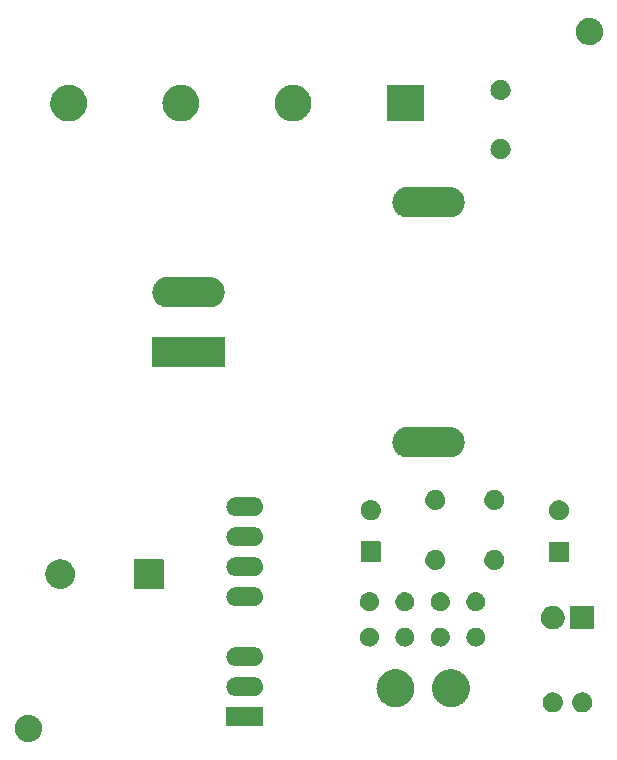
<source format=gbr>
G04 #@! TF.GenerationSoftware,KiCad,Pcbnew,(5.99.0-576-ga860ac506)*
G04 #@! TF.CreationDate,2021-04-05T16:40:01+02:00*
G04 #@! TF.ProjectId,8 Inch Floppy Power Supply,3820496e-6368-4204-966c-6f7070792050,rev?*
G04 #@! TF.SameCoordinates,Original*
G04 #@! TF.FileFunction,Soldermask,Top*
G04 #@! TF.FilePolarity,Negative*
%FSLAX46Y46*%
G04 Gerber Fmt 4.6, Leading zero omitted, Abs format (unit mm)*
G04 Created by KiCad (PCBNEW (5.99.0-576-ga860ac506)) date 2021-04-05 16:40:01*
%MOMM*%
%LPD*%
G04 APERTURE LIST*
G04 APERTURE END LIST*
G36*
X22042742Y-79847002D02*
G01*
X22066523Y-79846255D01*
X22144921Y-79857832D01*
X22226500Y-79866478D01*
X22249247Y-79873237D01*
X22269783Y-79876270D01*
X22347754Y-79902510D01*
X22429275Y-79926735D01*
X22447713Y-79936150D01*
X22464517Y-79941805D01*
X22539255Y-79982894D01*
X22617674Y-80022936D01*
X22631693Y-80033713D01*
X22644561Y-80040787D01*
X22713190Y-80096361D01*
X22785387Y-80151860D01*
X22795176Y-80162751D01*
X22804238Y-80170089D01*
X22863939Y-80239254D01*
X22926797Y-80309187D01*
X22932859Y-80319099D01*
X22938493Y-80325626D01*
X22986568Y-80406916D01*
X23037168Y-80489650D01*
X23040236Y-80497663D01*
X23043084Y-80502479D01*
X23077154Y-80594089D01*
X23112804Y-80687205D01*
X23113808Y-80692650D01*
X23114700Y-80695048D01*
X23132616Y-80794622D01*
X23151173Y-80895235D01*
X23143823Y-81166866D01*
X23120018Y-81265638D01*
X23097214Y-81362864D01*
X23095798Y-81366137D01*
X23094260Y-81372517D01*
X23053954Y-81462834D01*
X23015613Y-81551436D01*
X23011958Y-81556937D01*
X23008051Y-81565692D01*
X22953631Y-81644726D01*
X22901911Y-81722570D01*
X22895240Y-81729526D01*
X22888082Y-81739922D01*
X22822260Y-81805629D01*
X22759704Y-81870862D01*
X22749451Y-81878311D01*
X22738371Y-81889372D01*
X22664116Y-81940311D01*
X22593480Y-81991631D01*
X22579343Y-81998465D01*
X22563932Y-82009037D01*
X22484362Y-82044381D01*
X22408493Y-82081057D01*
X22390450Y-82086095D01*
X22370606Y-82094909D01*
X22288862Y-82114458D01*
X22210602Y-82136309D01*
X22188931Y-82138357D01*
X22164869Y-82144112D01*
X22083921Y-82148284D01*
X22006054Y-82155644D01*
X21981349Y-82153569D01*
X21953610Y-82154999D01*
X21876221Y-82144742D01*
X21801308Y-82138451D01*
X21774436Y-82131251D01*
X21743905Y-82127204D01*
X21672551Y-82103951D01*
X21602843Y-82085273D01*
X21574930Y-82072138D01*
X21542777Y-82061660D01*
X21479502Y-82027233D01*
X21416937Y-81997792D01*
X21389322Y-81978167D01*
X21356961Y-81960560D01*
X21303361Y-81917078D01*
X21249459Y-81878772D01*
X21223637Y-81852404D01*
X21192681Y-81827291D01*
X21149857Y-81777062D01*
X21105705Y-81731975D01*
X21083260Y-81698948D01*
X21055438Y-81666315D01*
X21023987Y-81611730D01*
X20990216Y-81562038D01*
X20972746Y-81522800D01*
X20949828Y-81483025D01*
X20929854Y-81426464D01*
X20906647Y-81374340D01*
X20895680Y-81329690D01*
X20879389Y-81283558D01*
X20870526Y-81227283D01*
X20857636Y-81174804D01*
X20854560Y-81125903D01*
X20846479Y-81074595D01*
X20847939Y-81020657D01*
X20844736Y-80969752D01*
X20850714Y-80918085D01*
X20852201Y-80863133D01*
X20862837Y-80813308D01*
X20868352Y-80765644D01*
X20884258Y-80712960D01*
X20896363Y-80656255D01*
X20914741Y-80611995D01*
X20927736Y-80568955D01*
X20954092Y-80517229D01*
X20977486Y-80460890D01*
X21001979Y-80423246D01*
X21021016Y-80385884D01*
X21057938Y-80337240D01*
X21092853Y-80283579D01*
X21121712Y-80253221D01*
X21145237Y-80222228D01*
X21192415Y-80178846D01*
X21238601Y-80130261D01*
X21270068Y-80107441D01*
X21296482Y-80083152D01*
X21353149Y-80047190D01*
X21409848Y-80006071D01*
X21442207Y-79990671D01*
X21469956Y-79973061D01*
X21534906Y-79946555D01*
X21600859Y-79915168D01*
X21632560Y-79906703D01*
X21660192Y-79895427D01*
X21731773Y-79880212D01*
X21805238Y-79860596D01*
X21834933Y-79858285D01*
X21861162Y-79852710D01*
X21937337Y-79850316D01*
X22016139Y-79844183D01*
X22042742Y-79847002D01*
G37*
G36*
X41842399Y-79211959D02*
G01*
X41859269Y-79223231D01*
X41870541Y-79240101D01*
X41876948Y-79272312D01*
X41876948Y-80747688D01*
X41874499Y-80760000D01*
X41870541Y-80779899D01*
X41859269Y-80796769D01*
X41842399Y-80808041D01*
X41822500Y-80811999D01*
X41810188Y-80814448D01*
X38834812Y-80814448D01*
X38802601Y-80808041D01*
X38785731Y-80796769D01*
X38774459Y-80779899D01*
X38768052Y-80747688D01*
X38768052Y-79272312D01*
X38774459Y-79240101D01*
X38785731Y-79223231D01*
X38802601Y-79211959D01*
X38834812Y-79205552D01*
X41810188Y-79205552D01*
X41842399Y-79211959D01*
G37*
G36*
X66400476Y-77955826D02*
G01*
X66442266Y-77953782D01*
X66486556Y-77960639D01*
X66537310Y-77963476D01*
X66577663Y-77974743D01*
X66613121Y-77980232D01*
X66660704Y-77997928D01*
X66715398Y-78013199D01*
X66747122Y-78030067D01*
X66775159Y-78040494D01*
X66823257Y-78070549D01*
X66878653Y-78100004D01*
X66901468Y-78119421D01*
X66921771Y-78132108D01*
X66967141Y-78175313D01*
X67019461Y-78219841D01*
X67033963Y-78238947D01*
X67046972Y-78251335D01*
X67086116Y-78307655D01*
X67131251Y-78367118D01*
X67138802Y-78383459D01*
X67145642Y-78393301D01*
X67175008Y-78461817D01*
X67208807Y-78534965D01*
X67211385Y-78546692D01*
X67213747Y-78552202D01*
X67229929Y-78631036D01*
X67248511Y-78715551D01*
X67247845Y-78906388D01*
X67228681Y-78990738D01*
X67211943Y-79069485D01*
X67209541Y-79074982D01*
X67206881Y-79086692D01*
X67172569Y-79159609D01*
X67142727Y-79227915D01*
X67135818Y-79237709D01*
X67128155Y-79253994D01*
X67082614Y-79313130D01*
X67043070Y-79369187D01*
X67029972Y-79381487D01*
X67015340Y-79400487D01*
X66962727Y-79444635D01*
X66917044Y-79487534D01*
X66896647Y-79500082D01*
X66873699Y-79519338D01*
X66818100Y-79548405D01*
X66769793Y-79578123D01*
X66741684Y-79588354D01*
X66709841Y-79605001D01*
X66655034Y-79619892D01*
X66607331Y-79637254D01*
X66571840Y-79642495D01*
X66531411Y-79653479D01*
X66480639Y-79655962D01*
X66436303Y-79662509D01*
X66394527Y-79660174D01*
X66346733Y-79662511D01*
X66302492Y-79655028D01*
X66263689Y-79652859D01*
X66217480Y-79640650D01*
X66164423Y-79631676D01*
X66128339Y-79617097D01*
X66096535Y-79608694D01*
X66048397Y-79584799D01*
X65992988Y-79562412D01*
X65965811Y-79543804D01*
X65941682Y-79531826D01*
X65894628Y-79495063D01*
X65840426Y-79457950D01*
X65821969Y-79438295D01*
X65805450Y-79425389D01*
X65762900Y-79375393D01*
X65713854Y-79323164D01*
X65703108Y-79305138D01*
X65693396Y-79293726D01*
X65658901Y-79230981D01*
X65619178Y-79164344D01*
X65614443Y-79150111D01*
X65610110Y-79142229D01*
X65587192Y-79068192D01*
X65560814Y-78988898D01*
X65559872Y-78979934D01*
X65558986Y-78977072D01*
X65550847Y-78894068D01*
X65541487Y-78805012D01*
X65551467Y-78716044D01*
X65560187Y-78633078D01*
X65561093Y-78630220D01*
X65562098Y-78621265D01*
X65589030Y-78542153D01*
X65612463Y-78468281D01*
X65616850Y-78460432D01*
X65621684Y-78446231D01*
X65661882Y-78379857D01*
X65696804Y-78317371D01*
X65706592Y-78306031D01*
X65717467Y-78288075D01*
X65766885Y-78236181D01*
X65809773Y-78186495D01*
X65826379Y-78173707D01*
X65844977Y-78154177D01*
X65899452Y-78117433D01*
X65946750Y-78081009D01*
X65970958Y-78069202D01*
X65998265Y-78050783D01*
X66053819Y-78028787D01*
X66102133Y-78005223D01*
X66134003Y-77997040D01*
X66170179Y-77982717D01*
X66223295Y-77974114D01*
X66269588Y-77962228D01*
X66308403Y-77960330D01*
X66352699Y-77953155D01*
X66400476Y-77955826D01*
G37*
G36*
X68900476Y-77955826D02*
G01*
X68942266Y-77953782D01*
X68986556Y-77960639D01*
X69037310Y-77963476D01*
X69077663Y-77974743D01*
X69113121Y-77980232D01*
X69160704Y-77997928D01*
X69215398Y-78013199D01*
X69247122Y-78030067D01*
X69275159Y-78040494D01*
X69323257Y-78070549D01*
X69378653Y-78100004D01*
X69401468Y-78119421D01*
X69421771Y-78132108D01*
X69467141Y-78175313D01*
X69519461Y-78219841D01*
X69533963Y-78238947D01*
X69546972Y-78251335D01*
X69586116Y-78307655D01*
X69631251Y-78367118D01*
X69638802Y-78383459D01*
X69645642Y-78393301D01*
X69675008Y-78461817D01*
X69708807Y-78534965D01*
X69711385Y-78546692D01*
X69713747Y-78552202D01*
X69729929Y-78631036D01*
X69748511Y-78715551D01*
X69747845Y-78906388D01*
X69728681Y-78990738D01*
X69711943Y-79069485D01*
X69709541Y-79074982D01*
X69706881Y-79086692D01*
X69672569Y-79159609D01*
X69642727Y-79227915D01*
X69635818Y-79237709D01*
X69628155Y-79253994D01*
X69582614Y-79313130D01*
X69543070Y-79369187D01*
X69529972Y-79381487D01*
X69515340Y-79400487D01*
X69462727Y-79444635D01*
X69417044Y-79487534D01*
X69396647Y-79500082D01*
X69373699Y-79519338D01*
X69318100Y-79548405D01*
X69269793Y-79578123D01*
X69241684Y-79588354D01*
X69209841Y-79605001D01*
X69155034Y-79619892D01*
X69107331Y-79637254D01*
X69071840Y-79642495D01*
X69031411Y-79653479D01*
X68980639Y-79655962D01*
X68936303Y-79662509D01*
X68894527Y-79660174D01*
X68846733Y-79662511D01*
X68802492Y-79655028D01*
X68763689Y-79652859D01*
X68717480Y-79640650D01*
X68664423Y-79631676D01*
X68628339Y-79617097D01*
X68596535Y-79608694D01*
X68548397Y-79584799D01*
X68492988Y-79562412D01*
X68465811Y-79543804D01*
X68441682Y-79531826D01*
X68394628Y-79495063D01*
X68340426Y-79457950D01*
X68321969Y-79438295D01*
X68305450Y-79425389D01*
X68262900Y-79375393D01*
X68213854Y-79323164D01*
X68203108Y-79305138D01*
X68193396Y-79293726D01*
X68158901Y-79230981D01*
X68119178Y-79164344D01*
X68114443Y-79150111D01*
X68110110Y-79142229D01*
X68087192Y-79068192D01*
X68060814Y-78988898D01*
X68059872Y-78979934D01*
X68058986Y-78977072D01*
X68050847Y-78894068D01*
X68041487Y-78805012D01*
X68051467Y-78716044D01*
X68060187Y-78633078D01*
X68061093Y-78630220D01*
X68062098Y-78621265D01*
X68089030Y-78542153D01*
X68112463Y-78468281D01*
X68116850Y-78460432D01*
X68121684Y-78446231D01*
X68161882Y-78379857D01*
X68196804Y-78317371D01*
X68206592Y-78306031D01*
X68217467Y-78288075D01*
X68266885Y-78236181D01*
X68309773Y-78186495D01*
X68326379Y-78173707D01*
X68344977Y-78154177D01*
X68399452Y-78117433D01*
X68446750Y-78081009D01*
X68470958Y-78069202D01*
X68498265Y-78050783D01*
X68553819Y-78028787D01*
X68602133Y-78005223D01*
X68634003Y-77997040D01*
X68670179Y-77982717D01*
X68723295Y-77974114D01*
X68769588Y-77962228D01*
X68808403Y-77960330D01*
X68852699Y-77953155D01*
X68900476Y-77955826D01*
G37*
G36*
X53124868Y-75998001D02*
G01*
X53206501Y-75998001D01*
X53247884Y-76004555D01*
X53287308Y-76006656D01*
X53370820Y-76024027D01*
X53455402Y-76037423D01*
X53491295Y-76049085D01*
X53525793Y-76056261D01*
X53609876Y-76087615D01*
X53695070Y-76115296D01*
X53724980Y-76130536D01*
X53754021Y-76141365D01*
X53836321Y-76187267D01*
X53919607Y-76229703D01*
X53943395Y-76246986D01*
X53966752Y-76260013D01*
X54044787Y-76320651D01*
X54123481Y-76377826D01*
X54141317Y-76395662D01*
X54159098Y-76409479D01*
X54230352Y-76484697D01*
X54301674Y-76556019D01*
X54314044Y-76573045D01*
X54326610Y-76586310D01*
X54388514Y-76675544D01*
X54449797Y-76759893D01*
X54457454Y-76774920D01*
X54465455Y-76786454D01*
X54515598Y-76889035D01*
X54564204Y-76984430D01*
X54568121Y-76996485D01*
X54572423Y-77005286D01*
X54608490Y-77120729D01*
X54642077Y-77224098D01*
X54643405Y-77232483D01*
X54645065Y-77237796D01*
X54664952Y-77368528D01*
X54681499Y-77472999D01*
X54681499Y-77725001D01*
X54672344Y-77782806D01*
X54671361Y-77815915D01*
X54654848Y-77893271D01*
X54642077Y-77973902D01*
X54629127Y-78013757D01*
X54620886Y-78052363D01*
X54590667Y-78132124D01*
X54564204Y-78213570D01*
X54547071Y-78247195D01*
X54534587Y-78280147D01*
X54490464Y-78358294D01*
X54449797Y-78438107D01*
X54430066Y-78465264D01*
X54414830Y-78492249D01*
X54356628Y-78566343D01*
X54301674Y-78641981D01*
X54280878Y-78662777D01*
X54264357Y-78683809D01*
X54192267Y-78751388D01*
X54123481Y-78820174D01*
X54103070Y-78835003D01*
X54086650Y-78850396D01*
X54001243Y-78908985D01*
X53919607Y-78968297D01*
X53900851Y-78977853D01*
X53885782Y-78988191D01*
X53787947Y-79035381D01*
X53695070Y-79082704D01*
X53679033Y-79087915D01*
X53666390Y-79094013D01*
X53557242Y-79127487D01*
X53455402Y-79160577D01*
X53442880Y-79162560D01*
X53433513Y-79165433D01*
X53313859Y-79182995D01*
X53206501Y-79199999D01*
X53198009Y-79199999D01*
X53192511Y-79200806D01*
X53060407Y-79199999D01*
X52954499Y-79199999D01*
X52950250Y-79199326D01*
X52948928Y-79199318D01*
X52723838Y-79163466D01*
X52705598Y-79160577D01*
X52609513Y-79129357D01*
X52476393Y-79086745D01*
X52472677Y-79084896D01*
X52465930Y-79082704D01*
X52369168Y-79033402D01*
X52258305Y-78978248D01*
X52251450Y-78973421D01*
X52241393Y-78968297D01*
X52154120Y-78904889D01*
X52059138Y-78838011D01*
X52050040Y-78829271D01*
X52037519Y-78820174D01*
X51963050Y-78745705D01*
X51883476Y-78669263D01*
X51873227Y-78655882D01*
X51859326Y-78641981D01*
X51799318Y-78559387D01*
X51735360Y-78475884D01*
X51725217Y-78457395D01*
X51711203Y-78438107D01*
X51666477Y-78350327D01*
X51618199Y-78262328D01*
X51609513Y-78238529D01*
X51596796Y-78213570D01*
X51567520Y-78123469D01*
X51534687Y-78033506D01*
X51528864Y-78004499D01*
X51518923Y-77973902D01*
X51504709Y-77884158D01*
X51486750Y-77794688D01*
X51485186Y-77760895D01*
X51479501Y-77725001D01*
X51479501Y-77638056D01*
X51475489Y-77551367D01*
X51479501Y-77513513D01*
X51479501Y-77472999D01*
X51492480Y-77391051D01*
X51501162Y-77309137D01*
X51511935Y-77268219D01*
X51518923Y-77224098D01*
X51543319Y-77149016D01*
X51563180Y-77073578D01*
X51581710Y-77030859D01*
X51596796Y-76984430D01*
X51630788Y-76917717D01*
X51660112Y-76850114D01*
X51687162Y-76807076D01*
X51711203Y-76759893D01*
X51752816Y-76702618D01*
X51789731Y-76643884D01*
X51825765Y-76602212D01*
X51859326Y-76556019D01*
X51906496Y-76508849D01*
X51949054Y-76459632D01*
X51994222Y-76421123D01*
X52037519Y-76377826D01*
X52088166Y-76341029D01*
X52134421Y-76301593D01*
X52188540Y-76268103D01*
X52241393Y-76229703D01*
X52293483Y-76203162D01*
X52341545Y-76173420D01*
X52404065Y-76146818D01*
X52465930Y-76115296D01*
X52517611Y-76098504D01*
X52565688Y-76078047D01*
X52635675Y-76060142D01*
X52705598Y-76037423D01*
X52755177Y-76029571D01*
X52801667Y-76017677D01*
X52877863Y-76010139D01*
X52954499Y-75998001D01*
X53000555Y-75998001D01*
X53044071Y-75993696D01*
X53124868Y-75998001D01*
G37*
G36*
X57824868Y-75998001D02*
G01*
X57906501Y-75998001D01*
X57947884Y-76004555D01*
X57987308Y-76006656D01*
X58070820Y-76024027D01*
X58155402Y-76037423D01*
X58191295Y-76049085D01*
X58225793Y-76056261D01*
X58309876Y-76087615D01*
X58395070Y-76115296D01*
X58424980Y-76130536D01*
X58454021Y-76141365D01*
X58536321Y-76187267D01*
X58619607Y-76229703D01*
X58643395Y-76246986D01*
X58666752Y-76260013D01*
X58744787Y-76320651D01*
X58823481Y-76377826D01*
X58841317Y-76395662D01*
X58859098Y-76409479D01*
X58930352Y-76484697D01*
X59001674Y-76556019D01*
X59014044Y-76573045D01*
X59026610Y-76586310D01*
X59088514Y-76675544D01*
X59149797Y-76759893D01*
X59157454Y-76774920D01*
X59165455Y-76786454D01*
X59215598Y-76889035D01*
X59264204Y-76984430D01*
X59268121Y-76996485D01*
X59272423Y-77005286D01*
X59308490Y-77120729D01*
X59342077Y-77224098D01*
X59343405Y-77232483D01*
X59345065Y-77237796D01*
X59364952Y-77368528D01*
X59381499Y-77472999D01*
X59381499Y-77725001D01*
X59372344Y-77782806D01*
X59371361Y-77815915D01*
X59354848Y-77893271D01*
X59342077Y-77973902D01*
X59329127Y-78013757D01*
X59320886Y-78052363D01*
X59290667Y-78132124D01*
X59264204Y-78213570D01*
X59247071Y-78247195D01*
X59234587Y-78280147D01*
X59190464Y-78358294D01*
X59149797Y-78438107D01*
X59130066Y-78465264D01*
X59114830Y-78492249D01*
X59056628Y-78566343D01*
X59001674Y-78641981D01*
X58980878Y-78662777D01*
X58964357Y-78683809D01*
X58892267Y-78751388D01*
X58823481Y-78820174D01*
X58803070Y-78835003D01*
X58786650Y-78850396D01*
X58701243Y-78908985D01*
X58619607Y-78968297D01*
X58600851Y-78977853D01*
X58585782Y-78988191D01*
X58487947Y-79035381D01*
X58395070Y-79082704D01*
X58379033Y-79087915D01*
X58366390Y-79094013D01*
X58257242Y-79127487D01*
X58155402Y-79160577D01*
X58142880Y-79162560D01*
X58133513Y-79165433D01*
X58013859Y-79182995D01*
X57906501Y-79199999D01*
X57898009Y-79199999D01*
X57892511Y-79200806D01*
X57760407Y-79199999D01*
X57654499Y-79199999D01*
X57650250Y-79199326D01*
X57648928Y-79199318D01*
X57423838Y-79163466D01*
X57405598Y-79160577D01*
X57309513Y-79129357D01*
X57176393Y-79086745D01*
X57172677Y-79084896D01*
X57165930Y-79082704D01*
X57069168Y-79033402D01*
X56958305Y-78978248D01*
X56951450Y-78973421D01*
X56941393Y-78968297D01*
X56854120Y-78904889D01*
X56759138Y-78838011D01*
X56750040Y-78829271D01*
X56737519Y-78820174D01*
X56663050Y-78745705D01*
X56583476Y-78669263D01*
X56573227Y-78655882D01*
X56559326Y-78641981D01*
X56499318Y-78559387D01*
X56435360Y-78475884D01*
X56425217Y-78457395D01*
X56411203Y-78438107D01*
X56366477Y-78350327D01*
X56318199Y-78262328D01*
X56309513Y-78238529D01*
X56296796Y-78213570D01*
X56267520Y-78123469D01*
X56234687Y-78033506D01*
X56228864Y-78004499D01*
X56218923Y-77973902D01*
X56204709Y-77884158D01*
X56186750Y-77794688D01*
X56185186Y-77760895D01*
X56179501Y-77725001D01*
X56179501Y-77638056D01*
X56175489Y-77551367D01*
X56179501Y-77513513D01*
X56179501Y-77472999D01*
X56192480Y-77391051D01*
X56201162Y-77309137D01*
X56211935Y-77268219D01*
X56218923Y-77224098D01*
X56243319Y-77149016D01*
X56263180Y-77073578D01*
X56281710Y-77030859D01*
X56296796Y-76984430D01*
X56330788Y-76917717D01*
X56360112Y-76850114D01*
X56387162Y-76807076D01*
X56411203Y-76759893D01*
X56452816Y-76702618D01*
X56489731Y-76643884D01*
X56525765Y-76602212D01*
X56559326Y-76556019D01*
X56606496Y-76508849D01*
X56649054Y-76459632D01*
X56694222Y-76421123D01*
X56737519Y-76377826D01*
X56788166Y-76341029D01*
X56834421Y-76301593D01*
X56888540Y-76268103D01*
X56941393Y-76229703D01*
X56993483Y-76203162D01*
X57041545Y-76173420D01*
X57104065Y-76146818D01*
X57165930Y-76115296D01*
X57217611Y-76098504D01*
X57265688Y-76078047D01*
X57335675Y-76060142D01*
X57405598Y-76037423D01*
X57455177Y-76029571D01*
X57501667Y-76017677D01*
X57577863Y-76010139D01*
X57654499Y-75998001D01*
X57700555Y-75998001D01*
X57744071Y-75993696D01*
X57824868Y-75998001D01*
G37*
G36*
X41118929Y-76669468D02*
G01*
X41239953Y-76682189D01*
X41248268Y-76684891D01*
X41262041Y-76686533D01*
X41334572Y-76712932D01*
X41400093Y-76734221D01*
X41412085Y-76741145D01*
X41430906Y-76747995D01*
X41490753Y-76786564D01*
X41545907Y-76818407D01*
X41560367Y-76831427D01*
X41581959Y-76845342D01*
X41627717Y-76892069D01*
X41671039Y-76931076D01*
X41685768Y-76951349D01*
X41707690Y-76973735D01*
X41738952Y-77024551D01*
X41770006Y-77067293D01*
X41782471Y-77095290D01*
X41801852Y-77126793D01*
X41819245Y-77177886D01*
X41838491Y-77221112D01*
X41846022Y-77256541D01*
X41859764Y-77296909D01*
X41864813Y-77344949D01*
X41873499Y-77385813D01*
X41873499Y-77427589D01*
X41878548Y-77475627D01*
X41873499Y-77517970D01*
X41873499Y-77554187D01*
X41863662Y-77600465D01*
X41857271Y-77654066D01*
X41844862Y-77688914D01*
X41838491Y-77718888D01*
X41817004Y-77767150D01*
X41796989Y-77823357D01*
X41780200Y-77849812D01*
X41770007Y-77872706D01*
X41735736Y-77919876D01*
X41700699Y-77975085D01*
X41682477Y-77993180D01*
X41671037Y-78008926D01*
X41623702Y-78051547D01*
X41573187Y-78101710D01*
X41556202Y-78112323D01*
X41545907Y-78121593D01*
X41486209Y-78156060D01*
X41420790Y-78196938D01*
X41407223Y-78201663D01*
X41400093Y-78205779D01*
X41330065Y-78228532D01*
X41251083Y-78256037D01*
X41242423Y-78257008D01*
X41239953Y-78257811D01*
X41165478Y-78265639D01*
X41117683Y-78271000D01*
X39529998Y-78271000D01*
X39526071Y-78270532D01*
X39405047Y-78257811D01*
X39396732Y-78255109D01*
X39382959Y-78253467D01*
X39310428Y-78227068D01*
X39244907Y-78205779D01*
X39232915Y-78198855D01*
X39214094Y-78192005D01*
X39154247Y-78153436D01*
X39099093Y-78121593D01*
X39084633Y-78108573D01*
X39063041Y-78094658D01*
X39017283Y-78047931D01*
X38973961Y-78008924D01*
X38959232Y-77988651D01*
X38937310Y-77966265D01*
X38906048Y-77915449D01*
X38874994Y-77872707D01*
X38862529Y-77844710D01*
X38843148Y-77813207D01*
X38825755Y-77762114D01*
X38806509Y-77718888D01*
X38798978Y-77683459D01*
X38785236Y-77643091D01*
X38780187Y-77595051D01*
X38771501Y-77554187D01*
X38771501Y-77512411D01*
X38766452Y-77464373D01*
X38771501Y-77422030D01*
X38771501Y-77385813D01*
X38781338Y-77339535D01*
X38787729Y-77285934D01*
X38800138Y-77251086D01*
X38806509Y-77221112D01*
X38827996Y-77172850D01*
X38848011Y-77116643D01*
X38864800Y-77090188D01*
X38874993Y-77067294D01*
X38909264Y-77020124D01*
X38944301Y-76964915D01*
X38962523Y-76946820D01*
X38973963Y-76931074D01*
X39021298Y-76888453D01*
X39071813Y-76838290D01*
X39088798Y-76827677D01*
X39099093Y-76818407D01*
X39158791Y-76783940D01*
X39224210Y-76743062D01*
X39237777Y-76738337D01*
X39244907Y-76734221D01*
X39314935Y-76711468D01*
X39393917Y-76683963D01*
X39402577Y-76682992D01*
X39405047Y-76682189D01*
X39479522Y-76674361D01*
X39527317Y-76669000D01*
X41115002Y-76669000D01*
X41118929Y-76669468D01*
G37*
G36*
X41118929Y-74129468D02*
G01*
X41239953Y-74142189D01*
X41248268Y-74144891D01*
X41262041Y-74146533D01*
X41334572Y-74172932D01*
X41400093Y-74194221D01*
X41412085Y-74201145D01*
X41430906Y-74207995D01*
X41490753Y-74246564D01*
X41545907Y-74278407D01*
X41560367Y-74291427D01*
X41581959Y-74305342D01*
X41627717Y-74352069D01*
X41671039Y-74391076D01*
X41685768Y-74411349D01*
X41707690Y-74433735D01*
X41738952Y-74484551D01*
X41770006Y-74527293D01*
X41782471Y-74555290D01*
X41801852Y-74586793D01*
X41819245Y-74637886D01*
X41838491Y-74681112D01*
X41846022Y-74716541D01*
X41859764Y-74756909D01*
X41864813Y-74804949D01*
X41873499Y-74845813D01*
X41873499Y-74887589D01*
X41878548Y-74935627D01*
X41873499Y-74977970D01*
X41873499Y-75014187D01*
X41863662Y-75060465D01*
X41857271Y-75114066D01*
X41844862Y-75148914D01*
X41838491Y-75178888D01*
X41817004Y-75227150D01*
X41796989Y-75283357D01*
X41780200Y-75309812D01*
X41770007Y-75332706D01*
X41735736Y-75379876D01*
X41700699Y-75435085D01*
X41682477Y-75453180D01*
X41671037Y-75468926D01*
X41623702Y-75511547D01*
X41573187Y-75561710D01*
X41556202Y-75572323D01*
X41545907Y-75581593D01*
X41486209Y-75616060D01*
X41420790Y-75656938D01*
X41407223Y-75661663D01*
X41400093Y-75665779D01*
X41330065Y-75688532D01*
X41251083Y-75716037D01*
X41242423Y-75717008D01*
X41239953Y-75717811D01*
X41165478Y-75725639D01*
X41117683Y-75731000D01*
X39529998Y-75731000D01*
X39526071Y-75730532D01*
X39405047Y-75717811D01*
X39396732Y-75715109D01*
X39382959Y-75713467D01*
X39310428Y-75687068D01*
X39244907Y-75665779D01*
X39232915Y-75658855D01*
X39214094Y-75652005D01*
X39154247Y-75613436D01*
X39099093Y-75581593D01*
X39084633Y-75568573D01*
X39063041Y-75554658D01*
X39017283Y-75507931D01*
X38973961Y-75468924D01*
X38959232Y-75448651D01*
X38937310Y-75426265D01*
X38906048Y-75375449D01*
X38874994Y-75332707D01*
X38862529Y-75304710D01*
X38843148Y-75273207D01*
X38825755Y-75222114D01*
X38806509Y-75178888D01*
X38798978Y-75143459D01*
X38785236Y-75103091D01*
X38780187Y-75055051D01*
X38771501Y-75014187D01*
X38771501Y-74972411D01*
X38766452Y-74924373D01*
X38771501Y-74882030D01*
X38771501Y-74845813D01*
X38781338Y-74799535D01*
X38787729Y-74745934D01*
X38800138Y-74711086D01*
X38806509Y-74681112D01*
X38827996Y-74632850D01*
X38848011Y-74576643D01*
X38864800Y-74550188D01*
X38874993Y-74527294D01*
X38909264Y-74480124D01*
X38944301Y-74424915D01*
X38962523Y-74406820D01*
X38973963Y-74391074D01*
X39021298Y-74348453D01*
X39071813Y-74298290D01*
X39088798Y-74287677D01*
X39099093Y-74278407D01*
X39158791Y-74243940D01*
X39224210Y-74203062D01*
X39237777Y-74198337D01*
X39244907Y-74194221D01*
X39314935Y-74171468D01*
X39393917Y-74143963D01*
X39402577Y-74142992D01*
X39405047Y-74142189D01*
X39479522Y-74134361D01*
X39527317Y-74129000D01*
X41115002Y-74129000D01*
X41118929Y-74129468D01*
G37*
G36*
X56924808Y-72478245D02*
G01*
X56975942Y-72478602D01*
X57014708Y-72487695D01*
X57047953Y-72491189D01*
X57095575Y-72506662D01*
X57150897Y-72519638D01*
X57181602Y-72534614D01*
X57208093Y-72543221D01*
X57256218Y-72571006D01*
X57312413Y-72598414D01*
X57334632Y-72616278D01*
X57353907Y-72627407D01*
X57399243Y-72668227D01*
X57452462Y-72711017D01*
X57466659Y-72728929D01*
X57479039Y-72740076D01*
X57518035Y-72793749D01*
X57564084Y-72851849D01*
X57571515Y-72867360D01*
X57578006Y-72876293D01*
X57607040Y-72941504D01*
X57641732Y-73013911D01*
X57644289Y-73025167D01*
X57646491Y-73030112D01*
X57662145Y-73103759D01*
X57681545Y-73189148D01*
X57681468Y-73194667D01*
X57681499Y-73194813D01*
X57681499Y-73363187D01*
X57678946Y-73375197D01*
X57678723Y-73391183D01*
X57660281Y-73463008D01*
X57646491Y-73527888D01*
X57639717Y-73543103D01*
X57634033Y-73565240D01*
X57602821Y-73625972D01*
X57578006Y-73681707D01*
X57564922Y-73699716D01*
X57551891Y-73725071D01*
X57511705Y-73772963D01*
X57479039Y-73817924D01*
X57458339Y-73836563D01*
X57436380Y-73862732D01*
X57391122Y-73897085D01*
X57353907Y-73930593D01*
X57324951Y-73947311D01*
X57293241Y-73971380D01*
X57246677Y-73992502D01*
X57208093Y-74014779D01*
X57171000Y-74026831D01*
X57129589Y-74045616D01*
X57085041Y-74054761D01*
X57047953Y-74066811D01*
X57003653Y-74071467D01*
X56953556Y-74081751D01*
X56913750Y-74080917D01*
X56880500Y-74084412D01*
X56830696Y-74079177D01*
X56773892Y-74077987D01*
X56740744Y-74069722D01*
X56713047Y-74066811D01*
X56660204Y-74049641D01*
X56599527Y-74034513D01*
X56574078Y-74021658D01*
X56552907Y-74014779D01*
X56500072Y-73984274D01*
X56439127Y-73953489D01*
X56421517Y-73938921D01*
X56407093Y-73930593D01*
X56357802Y-73886211D01*
X56300663Y-73838942D01*
X56290167Y-73825313D01*
X56281961Y-73817924D01*
X56240001Y-73760171D01*
X56191018Y-73696565D01*
X56186177Y-73686088D01*
X56182994Y-73681707D01*
X56152354Y-73612890D01*
X56115641Y-73533435D01*
X56078279Y-73357658D01*
X56079501Y-73270143D01*
X56079501Y-73194813D01*
X56080627Y-73189516D01*
X56080788Y-73177973D01*
X56099670Y-73099926D01*
X56114509Y-73030112D01*
X56119000Y-73020026D01*
X56123044Y-73003309D01*
X56156014Y-72936891D01*
X56182994Y-72876293D01*
X56192783Y-72862820D01*
X56202946Y-72842346D01*
X56246104Y-72789430D01*
X56281961Y-72740076D01*
X56298504Y-72725181D01*
X56316524Y-72703086D01*
X56365798Y-72664589D01*
X56407093Y-72627407D01*
X56431213Y-72613481D01*
X56458132Y-72592450D01*
X56509539Y-72568260D01*
X56552907Y-72543221D01*
X56584703Y-72532890D01*
X56620732Y-72515936D01*
X56670683Y-72504954D01*
X56713047Y-72491189D01*
X56751831Y-72487112D01*
X56796243Y-72477348D01*
X56841709Y-72477665D01*
X56880500Y-72473588D01*
X56924808Y-72478245D01*
G37*
G36*
X50924808Y-72478245D02*
G01*
X50975942Y-72478602D01*
X51014708Y-72487695D01*
X51047953Y-72491189D01*
X51095575Y-72506662D01*
X51150897Y-72519638D01*
X51181602Y-72534614D01*
X51208093Y-72543221D01*
X51256218Y-72571006D01*
X51312413Y-72598414D01*
X51334632Y-72616278D01*
X51353907Y-72627407D01*
X51399243Y-72668227D01*
X51452462Y-72711017D01*
X51466659Y-72728929D01*
X51479039Y-72740076D01*
X51518035Y-72793749D01*
X51564084Y-72851849D01*
X51571515Y-72867360D01*
X51578006Y-72876293D01*
X51607040Y-72941504D01*
X51641732Y-73013911D01*
X51644289Y-73025167D01*
X51646491Y-73030112D01*
X51662145Y-73103759D01*
X51681545Y-73189148D01*
X51681468Y-73194667D01*
X51681499Y-73194813D01*
X51681499Y-73363187D01*
X51678946Y-73375197D01*
X51678723Y-73391183D01*
X51660281Y-73463008D01*
X51646491Y-73527888D01*
X51639717Y-73543103D01*
X51634033Y-73565240D01*
X51602821Y-73625972D01*
X51578006Y-73681707D01*
X51564922Y-73699716D01*
X51551891Y-73725071D01*
X51511705Y-73772963D01*
X51479039Y-73817924D01*
X51458339Y-73836563D01*
X51436380Y-73862732D01*
X51391122Y-73897085D01*
X51353907Y-73930593D01*
X51324951Y-73947311D01*
X51293241Y-73971380D01*
X51246677Y-73992502D01*
X51208093Y-74014779D01*
X51171000Y-74026831D01*
X51129589Y-74045616D01*
X51085041Y-74054761D01*
X51047953Y-74066811D01*
X51003653Y-74071467D01*
X50953556Y-74081751D01*
X50913750Y-74080917D01*
X50880500Y-74084412D01*
X50830696Y-74079177D01*
X50773892Y-74077987D01*
X50740744Y-74069722D01*
X50713047Y-74066811D01*
X50660204Y-74049641D01*
X50599527Y-74034513D01*
X50574078Y-74021658D01*
X50552907Y-74014779D01*
X50500072Y-73984274D01*
X50439127Y-73953489D01*
X50421517Y-73938921D01*
X50407093Y-73930593D01*
X50357802Y-73886211D01*
X50300663Y-73838942D01*
X50290167Y-73825313D01*
X50281961Y-73817924D01*
X50240001Y-73760171D01*
X50191018Y-73696565D01*
X50186177Y-73686088D01*
X50182994Y-73681707D01*
X50152354Y-73612890D01*
X50115641Y-73533435D01*
X50078279Y-73357658D01*
X50079501Y-73270143D01*
X50079501Y-73194813D01*
X50080627Y-73189516D01*
X50080788Y-73177973D01*
X50099670Y-73099926D01*
X50114509Y-73030112D01*
X50119000Y-73020026D01*
X50123044Y-73003309D01*
X50156014Y-72936891D01*
X50182994Y-72876293D01*
X50192783Y-72862820D01*
X50202946Y-72842346D01*
X50246104Y-72789430D01*
X50281961Y-72740076D01*
X50298504Y-72725181D01*
X50316524Y-72703086D01*
X50365798Y-72664589D01*
X50407093Y-72627407D01*
X50431213Y-72613481D01*
X50458132Y-72592450D01*
X50509539Y-72568260D01*
X50552907Y-72543221D01*
X50584703Y-72532890D01*
X50620732Y-72515936D01*
X50670683Y-72504954D01*
X50713047Y-72491189D01*
X50751831Y-72487112D01*
X50796243Y-72477348D01*
X50841709Y-72477665D01*
X50880500Y-72473588D01*
X50924808Y-72478245D01*
G37*
G36*
X53924808Y-72478245D02*
G01*
X53975942Y-72478602D01*
X54014708Y-72487695D01*
X54047953Y-72491189D01*
X54095575Y-72506662D01*
X54150897Y-72519638D01*
X54181602Y-72534614D01*
X54208093Y-72543221D01*
X54256218Y-72571006D01*
X54312413Y-72598414D01*
X54334632Y-72616278D01*
X54353907Y-72627407D01*
X54399243Y-72668227D01*
X54452462Y-72711017D01*
X54466659Y-72728929D01*
X54479039Y-72740076D01*
X54518035Y-72793749D01*
X54564084Y-72851849D01*
X54571515Y-72867360D01*
X54578006Y-72876293D01*
X54607040Y-72941504D01*
X54641732Y-73013911D01*
X54644289Y-73025167D01*
X54646491Y-73030112D01*
X54662145Y-73103759D01*
X54681545Y-73189148D01*
X54681468Y-73194667D01*
X54681499Y-73194813D01*
X54681499Y-73363187D01*
X54678946Y-73375197D01*
X54678723Y-73391183D01*
X54660281Y-73463008D01*
X54646491Y-73527888D01*
X54639717Y-73543103D01*
X54634033Y-73565240D01*
X54602821Y-73625972D01*
X54578006Y-73681707D01*
X54564922Y-73699716D01*
X54551891Y-73725071D01*
X54511705Y-73772963D01*
X54479039Y-73817924D01*
X54458339Y-73836563D01*
X54436380Y-73862732D01*
X54391122Y-73897085D01*
X54353907Y-73930593D01*
X54324951Y-73947311D01*
X54293241Y-73971380D01*
X54246677Y-73992502D01*
X54208093Y-74014779D01*
X54171000Y-74026831D01*
X54129589Y-74045616D01*
X54085041Y-74054761D01*
X54047953Y-74066811D01*
X54003653Y-74071467D01*
X53953556Y-74081751D01*
X53913750Y-74080917D01*
X53880500Y-74084412D01*
X53830696Y-74079177D01*
X53773892Y-74077987D01*
X53740744Y-74069722D01*
X53713047Y-74066811D01*
X53660204Y-74049641D01*
X53599527Y-74034513D01*
X53574078Y-74021658D01*
X53552907Y-74014779D01*
X53500072Y-73984274D01*
X53439127Y-73953489D01*
X53421517Y-73938921D01*
X53407093Y-73930593D01*
X53357802Y-73886211D01*
X53300663Y-73838942D01*
X53290167Y-73825313D01*
X53281961Y-73817924D01*
X53240001Y-73760171D01*
X53191018Y-73696565D01*
X53186177Y-73686088D01*
X53182994Y-73681707D01*
X53152354Y-73612890D01*
X53115641Y-73533435D01*
X53078279Y-73357658D01*
X53079501Y-73270143D01*
X53079501Y-73194813D01*
X53080627Y-73189516D01*
X53080788Y-73177973D01*
X53099670Y-73099926D01*
X53114509Y-73030112D01*
X53119000Y-73020026D01*
X53123044Y-73003309D01*
X53156014Y-72936891D01*
X53182994Y-72876293D01*
X53192783Y-72862820D01*
X53202946Y-72842346D01*
X53246104Y-72789430D01*
X53281961Y-72740076D01*
X53298504Y-72725181D01*
X53316524Y-72703086D01*
X53365798Y-72664589D01*
X53407093Y-72627407D01*
X53431213Y-72613481D01*
X53458132Y-72592450D01*
X53509539Y-72568260D01*
X53552907Y-72543221D01*
X53584703Y-72532890D01*
X53620732Y-72515936D01*
X53670683Y-72504954D01*
X53713047Y-72491189D01*
X53751831Y-72487112D01*
X53796243Y-72477348D01*
X53841709Y-72477665D01*
X53880500Y-72473588D01*
X53924808Y-72478245D01*
G37*
G36*
X59924808Y-72478245D02*
G01*
X59975942Y-72478602D01*
X60014708Y-72487695D01*
X60047953Y-72491189D01*
X60095575Y-72506662D01*
X60150897Y-72519638D01*
X60181602Y-72534614D01*
X60208093Y-72543221D01*
X60256218Y-72571006D01*
X60312413Y-72598414D01*
X60334632Y-72616278D01*
X60353907Y-72627407D01*
X60399243Y-72668227D01*
X60452462Y-72711017D01*
X60466659Y-72728929D01*
X60479039Y-72740076D01*
X60518035Y-72793749D01*
X60564084Y-72851849D01*
X60571515Y-72867360D01*
X60578006Y-72876293D01*
X60607040Y-72941504D01*
X60641732Y-73013911D01*
X60644289Y-73025167D01*
X60646491Y-73030112D01*
X60662145Y-73103759D01*
X60681545Y-73189148D01*
X60681468Y-73194667D01*
X60681499Y-73194813D01*
X60681499Y-73363187D01*
X60678946Y-73375197D01*
X60678723Y-73391183D01*
X60660281Y-73463008D01*
X60646491Y-73527888D01*
X60639717Y-73543103D01*
X60634033Y-73565240D01*
X60602821Y-73625972D01*
X60578006Y-73681707D01*
X60564922Y-73699716D01*
X60551891Y-73725071D01*
X60511705Y-73772963D01*
X60479039Y-73817924D01*
X60458339Y-73836563D01*
X60436380Y-73862732D01*
X60391122Y-73897085D01*
X60353907Y-73930593D01*
X60324951Y-73947311D01*
X60293241Y-73971380D01*
X60246677Y-73992502D01*
X60208093Y-74014779D01*
X60171000Y-74026831D01*
X60129589Y-74045616D01*
X60085041Y-74054761D01*
X60047953Y-74066811D01*
X60003653Y-74071467D01*
X59953556Y-74081751D01*
X59913750Y-74080917D01*
X59880500Y-74084412D01*
X59830696Y-74079177D01*
X59773892Y-74077987D01*
X59740744Y-74069722D01*
X59713047Y-74066811D01*
X59660204Y-74049641D01*
X59599527Y-74034513D01*
X59574078Y-74021658D01*
X59552907Y-74014779D01*
X59500072Y-73984274D01*
X59439127Y-73953489D01*
X59421517Y-73938921D01*
X59407093Y-73930593D01*
X59357802Y-73886211D01*
X59300663Y-73838942D01*
X59290167Y-73825313D01*
X59281961Y-73817924D01*
X59240001Y-73760171D01*
X59191018Y-73696565D01*
X59186177Y-73686088D01*
X59182994Y-73681707D01*
X59152354Y-73612890D01*
X59115641Y-73533435D01*
X59078279Y-73357658D01*
X59079501Y-73270143D01*
X59079501Y-73194813D01*
X59080627Y-73189516D01*
X59080788Y-73177973D01*
X59099670Y-73099926D01*
X59114509Y-73030112D01*
X59119000Y-73020026D01*
X59123044Y-73003309D01*
X59156014Y-72936891D01*
X59182994Y-72876293D01*
X59192783Y-72862820D01*
X59202946Y-72842346D01*
X59246104Y-72789430D01*
X59281961Y-72740076D01*
X59298504Y-72725181D01*
X59316524Y-72703086D01*
X59365798Y-72664589D01*
X59407093Y-72627407D01*
X59431213Y-72613481D01*
X59458132Y-72592450D01*
X59509539Y-72568260D01*
X59552907Y-72543221D01*
X59584703Y-72532890D01*
X59620732Y-72515936D01*
X59670683Y-72504954D01*
X59713047Y-72491189D01*
X59751831Y-72487112D01*
X59796243Y-72477348D01*
X59841709Y-72477665D01*
X59880500Y-72473588D01*
X59924808Y-72478245D01*
G37*
G36*
X66499261Y-70630818D02*
G01*
X66542655Y-70632979D01*
X66593357Y-70645385D01*
X66651123Y-70654328D01*
X66691941Y-70669508D01*
X66728194Y-70678379D01*
X66781205Y-70702705D01*
X66841726Y-70725213D01*
X66873447Y-70745035D01*
X66901797Y-70758044D01*
X66954221Y-70795507D01*
X67014184Y-70832976D01*
X67036828Y-70854540D01*
X67057200Y-70869098D01*
X67105793Y-70920215D01*
X67161450Y-70973216D01*
X67175784Y-70993840D01*
X67188805Y-71007537D01*
X67230149Y-71072061D01*
X67277509Y-71140203D01*
X67284979Y-71157632D01*
X67291857Y-71168366D01*
X67322515Y-71245210D01*
X67357620Y-71327117D01*
X67360193Y-71339650D01*
X67362636Y-71345774D01*
X67379344Y-71432948D01*
X67398511Y-71526321D01*
X67398488Y-71532832D01*
X67398560Y-71533206D01*
X67397873Y-71729779D01*
X67397800Y-71730147D01*
X67397777Y-71736665D01*
X67377938Y-71829998D01*
X67360641Y-71916957D01*
X67358157Y-71923058D01*
X67355496Y-71935579D01*
X67319811Y-72017259D01*
X67288627Y-72093865D01*
X67281674Y-72104551D01*
X67274082Y-72121929D01*
X67226239Y-72189751D01*
X67184451Y-72253976D01*
X67171337Y-72267580D01*
X67156860Y-72288102D01*
X67100844Y-72340704D01*
X67051889Y-72391487D01*
X67031411Y-72405906D01*
X67008618Y-72427310D01*
X66948390Y-72464363D01*
X66895711Y-72501455D01*
X66867280Y-72514262D01*
X66835413Y-72533867D01*
X66774722Y-72555956D01*
X66721554Y-72579907D01*
X66685243Y-72588524D01*
X66644319Y-72603419D01*
X66586500Y-72611957D01*
X66535710Y-72624010D01*
X66492299Y-72625867D01*
X66443143Y-72633126D01*
X66390906Y-72630205D01*
X66344872Y-72632175D01*
X66295832Y-72624890D01*
X66240102Y-72621774D01*
X66195459Y-72609979D01*
X66155938Y-72604108D01*
X66103387Y-72585653D01*
X66043490Y-72569828D01*
X66007619Y-72552021D01*
X65975720Y-72540819D01*
X65922329Y-72509682D01*
X65861340Y-72479407D01*
X65834627Y-72458537D01*
X65810719Y-72444594D01*
X65759580Y-72399903D01*
X65701092Y-72354208D01*
X65683101Y-72333069D01*
X65666890Y-72318902D01*
X65621380Y-72260547D01*
X65569291Y-72199343D01*
X65558883Y-72180411D01*
X65549424Y-72168282D01*
X65512998Y-72096946D01*
X65471323Y-72021139D01*
X65466757Y-72006388D01*
X65462560Y-71998169D01*
X65438600Y-71915428D01*
X65411188Y-71826875D01*
X65410283Y-71817641D01*
X65409431Y-71814700D01*
X65401032Y-71723299D01*
X65391344Y-71624488D01*
X65401710Y-71525861D01*
X65410758Y-71434405D01*
X65411632Y-71431464D01*
X65412601Y-71422244D01*
X65440618Y-71333922D01*
X65465166Y-71251316D01*
X65469420Y-71243126D01*
X65474090Y-71228405D01*
X65516298Y-71152883D01*
X65553217Y-71081810D01*
X65562760Y-71069748D01*
X65573300Y-71050889D01*
X65625813Y-70990052D01*
X65671733Y-70932012D01*
X65688044Y-70917957D01*
X65706179Y-70896948D01*
X65764977Y-70851667D01*
X65816435Y-70807328D01*
X65840442Y-70793551D01*
X65867297Y-70772870D01*
X65928481Y-70743029D01*
X65982101Y-70712258D01*
X66014090Y-70701275D01*
X66050074Y-70683724D01*
X66110071Y-70668319D01*
X66162756Y-70650230D01*
X66202316Y-70644635D01*
X66247043Y-70633151D01*
X66302792Y-70630424D01*
X66351886Y-70623481D01*
X66397909Y-70625772D01*
X66450158Y-70623217D01*
X66499261Y-70630818D01*
G37*
G36*
X69867399Y-70629959D02*
G01*
X69884269Y-70641231D01*
X69895541Y-70658101D01*
X69901948Y-70690312D01*
X69901948Y-72565688D01*
X69899499Y-72578000D01*
X69895541Y-72597899D01*
X69884269Y-72614769D01*
X69867399Y-72626041D01*
X69847500Y-72629999D01*
X69835188Y-72632448D01*
X67959812Y-72632448D01*
X67927601Y-72626041D01*
X67910731Y-72614769D01*
X67899459Y-72597899D01*
X67893052Y-72565688D01*
X67893052Y-70690312D01*
X67899459Y-70658101D01*
X67910731Y-70641231D01*
X67927601Y-70629959D01*
X67959812Y-70623552D01*
X69835188Y-70623552D01*
X69867399Y-70629959D01*
G37*
G36*
X50924808Y-69478245D02*
G01*
X50975942Y-69478602D01*
X51014708Y-69487695D01*
X51047953Y-69491189D01*
X51095575Y-69506662D01*
X51150897Y-69519638D01*
X51181602Y-69534614D01*
X51208093Y-69543221D01*
X51256218Y-69571006D01*
X51312413Y-69598414D01*
X51334632Y-69616278D01*
X51353907Y-69627407D01*
X51399243Y-69668227D01*
X51452462Y-69711017D01*
X51466659Y-69728929D01*
X51479039Y-69740076D01*
X51518035Y-69793749D01*
X51564084Y-69851849D01*
X51571515Y-69867360D01*
X51578006Y-69876293D01*
X51607040Y-69941504D01*
X51641732Y-70013911D01*
X51644289Y-70025167D01*
X51646491Y-70030112D01*
X51662145Y-70103759D01*
X51681545Y-70189148D01*
X51681468Y-70194667D01*
X51681499Y-70194813D01*
X51681499Y-70363187D01*
X51678946Y-70375197D01*
X51678723Y-70391183D01*
X51660281Y-70463008D01*
X51646491Y-70527888D01*
X51639717Y-70543103D01*
X51634033Y-70565240D01*
X51602821Y-70625972D01*
X51578006Y-70681707D01*
X51564922Y-70699716D01*
X51551891Y-70725071D01*
X51511705Y-70772963D01*
X51479039Y-70817924D01*
X51458339Y-70836563D01*
X51436380Y-70862732D01*
X51391122Y-70897085D01*
X51353907Y-70930593D01*
X51324951Y-70947311D01*
X51293241Y-70971380D01*
X51246677Y-70992502D01*
X51208093Y-71014779D01*
X51171000Y-71026831D01*
X51129589Y-71045616D01*
X51085041Y-71054761D01*
X51047953Y-71066811D01*
X51003653Y-71071467D01*
X50953556Y-71081751D01*
X50913750Y-71080917D01*
X50880500Y-71084412D01*
X50830696Y-71079177D01*
X50773892Y-71077987D01*
X50740744Y-71069722D01*
X50713047Y-71066811D01*
X50660204Y-71049641D01*
X50599527Y-71034513D01*
X50574078Y-71021658D01*
X50552907Y-71014779D01*
X50500072Y-70984274D01*
X50439127Y-70953489D01*
X50421517Y-70938921D01*
X50407093Y-70930593D01*
X50357802Y-70886211D01*
X50300663Y-70838942D01*
X50290167Y-70825313D01*
X50281961Y-70817924D01*
X50240001Y-70760171D01*
X50191018Y-70696565D01*
X50186177Y-70686088D01*
X50182994Y-70681707D01*
X50152354Y-70612890D01*
X50115641Y-70533435D01*
X50078279Y-70357658D01*
X50079501Y-70270143D01*
X50079501Y-70194813D01*
X50080627Y-70189516D01*
X50080788Y-70177973D01*
X50099670Y-70099926D01*
X50114509Y-70030112D01*
X50119000Y-70020026D01*
X50123044Y-70003309D01*
X50156014Y-69936891D01*
X50182994Y-69876293D01*
X50192783Y-69862820D01*
X50202946Y-69842346D01*
X50246104Y-69789430D01*
X50281961Y-69740076D01*
X50298504Y-69725181D01*
X50316524Y-69703086D01*
X50365798Y-69664589D01*
X50407093Y-69627407D01*
X50431213Y-69613481D01*
X50458132Y-69592450D01*
X50509539Y-69568260D01*
X50552907Y-69543221D01*
X50584703Y-69532890D01*
X50620732Y-69515936D01*
X50670683Y-69504954D01*
X50713047Y-69491189D01*
X50751831Y-69487112D01*
X50796243Y-69477348D01*
X50841709Y-69477665D01*
X50880500Y-69473588D01*
X50924808Y-69478245D01*
G37*
G36*
X53924808Y-69478245D02*
G01*
X53975942Y-69478602D01*
X54014708Y-69487695D01*
X54047953Y-69491189D01*
X54095575Y-69506662D01*
X54150897Y-69519638D01*
X54181602Y-69534614D01*
X54208093Y-69543221D01*
X54256218Y-69571006D01*
X54312413Y-69598414D01*
X54334632Y-69616278D01*
X54353907Y-69627407D01*
X54399243Y-69668227D01*
X54452462Y-69711017D01*
X54466659Y-69728929D01*
X54479039Y-69740076D01*
X54518035Y-69793749D01*
X54564084Y-69851849D01*
X54571515Y-69867360D01*
X54578006Y-69876293D01*
X54607040Y-69941504D01*
X54641732Y-70013911D01*
X54644289Y-70025167D01*
X54646491Y-70030112D01*
X54662145Y-70103759D01*
X54681545Y-70189148D01*
X54681468Y-70194667D01*
X54681499Y-70194813D01*
X54681499Y-70363187D01*
X54678946Y-70375197D01*
X54678723Y-70391183D01*
X54660281Y-70463008D01*
X54646491Y-70527888D01*
X54639717Y-70543103D01*
X54634033Y-70565240D01*
X54602821Y-70625972D01*
X54578006Y-70681707D01*
X54564922Y-70699716D01*
X54551891Y-70725071D01*
X54511705Y-70772963D01*
X54479039Y-70817924D01*
X54458339Y-70836563D01*
X54436380Y-70862732D01*
X54391122Y-70897085D01*
X54353907Y-70930593D01*
X54324951Y-70947311D01*
X54293241Y-70971380D01*
X54246677Y-70992502D01*
X54208093Y-71014779D01*
X54171000Y-71026831D01*
X54129589Y-71045616D01*
X54085041Y-71054761D01*
X54047953Y-71066811D01*
X54003653Y-71071467D01*
X53953556Y-71081751D01*
X53913750Y-71080917D01*
X53880500Y-71084412D01*
X53830696Y-71079177D01*
X53773892Y-71077987D01*
X53740744Y-71069722D01*
X53713047Y-71066811D01*
X53660204Y-71049641D01*
X53599527Y-71034513D01*
X53574078Y-71021658D01*
X53552907Y-71014779D01*
X53500072Y-70984274D01*
X53439127Y-70953489D01*
X53421517Y-70938921D01*
X53407093Y-70930593D01*
X53357802Y-70886211D01*
X53300663Y-70838942D01*
X53290167Y-70825313D01*
X53281961Y-70817924D01*
X53240001Y-70760171D01*
X53191018Y-70696565D01*
X53186177Y-70686088D01*
X53182994Y-70681707D01*
X53152354Y-70612890D01*
X53115641Y-70533435D01*
X53078279Y-70357658D01*
X53079501Y-70270143D01*
X53079501Y-70194813D01*
X53080627Y-70189516D01*
X53080788Y-70177973D01*
X53099670Y-70099926D01*
X53114509Y-70030112D01*
X53119000Y-70020026D01*
X53123044Y-70003309D01*
X53156014Y-69936891D01*
X53182994Y-69876293D01*
X53192783Y-69862820D01*
X53202946Y-69842346D01*
X53246104Y-69789430D01*
X53281961Y-69740076D01*
X53298504Y-69725181D01*
X53316524Y-69703086D01*
X53365798Y-69664589D01*
X53407093Y-69627407D01*
X53431213Y-69613481D01*
X53458132Y-69592450D01*
X53509539Y-69568260D01*
X53552907Y-69543221D01*
X53584703Y-69532890D01*
X53620732Y-69515936D01*
X53670683Y-69504954D01*
X53713047Y-69491189D01*
X53751831Y-69487112D01*
X53796243Y-69477348D01*
X53841709Y-69477665D01*
X53880500Y-69473588D01*
X53924808Y-69478245D01*
G37*
G36*
X56924808Y-69478245D02*
G01*
X56975942Y-69478602D01*
X57014708Y-69487695D01*
X57047953Y-69491189D01*
X57095575Y-69506662D01*
X57150897Y-69519638D01*
X57181602Y-69534614D01*
X57208093Y-69543221D01*
X57256218Y-69571006D01*
X57312413Y-69598414D01*
X57334632Y-69616278D01*
X57353907Y-69627407D01*
X57399243Y-69668227D01*
X57452462Y-69711017D01*
X57466659Y-69728929D01*
X57479039Y-69740076D01*
X57518035Y-69793749D01*
X57564084Y-69851849D01*
X57571515Y-69867360D01*
X57578006Y-69876293D01*
X57607040Y-69941504D01*
X57641732Y-70013911D01*
X57644289Y-70025167D01*
X57646491Y-70030112D01*
X57662145Y-70103759D01*
X57681545Y-70189148D01*
X57681468Y-70194667D01*
X57681499Y-70194813D01*
X57681499Y-70363187D01*
X57678946Y-70375197D01*
X57678723Y-70391183D01*
X57660281Y-70463008D01*
X57646491Y-70527888D01*
X57639717Y-70543103D01*
X57634033Y-70565240D01*
X57602821Y-70625972D01*
X57578006Y-70681707D01*
X57564922Y-70699716D01*
X57551891Y-70725071D01*
X57511705Y-70772963D01*
X57479039Y-70817924D01*
X57458339Y-70836563D01*
X57436380Y-70862732D01*
X57391122Y-70897085D01*
X57353907Y-70930593D01*
X57324951Y-70947311D01*
X57293241Y-70971380D01*
X57246677Y-70992502D01*
X57208093Y-71014779D01*
X57171000Y-71026831D01*
X57129589Y-71045616D01*
X57085041Y-71054761D01*
X57047953Y-71066811D01*
X57003653Y-71071467D01*
X56953556Y-71081751D01*
X56913750Y-71080917D01*
X56880500Y-71084412D01*
X56830696Y-71079177D01*
X56773892Y-71077987D01*
X56740744Y-71069722D01*
X56713047Y-71066811D01*
X56660204Y-71049641D01*
X56599527Y-71034513D01*
X56574078Y-71021658D01*
X56552907Y-71014779D01*
X56500072Y-70984274D01*
X56439127Y-70953489D01*
X56421517Y-70938921D01*
X56407093Y-70930593D01*
X56357802Y-70886211D01*
X56300663Y-70838942D01*
X56290167Y-70825313D01*
X56281961Y-70817924D01*
X56240001Y-70760171D01*
X56191018Y-70696565D01*
X56186177Y-70686088D01*
X56182994Y-70681707D01*
X56152354Y-70612890D01*
X56115641Y-70533435D01*
X56078279Y-70357658D01*
X56079501Y-70270143D01*
X56079501Y-70194813D01*
X56080627Y-70189516D01*
X56080788Y-70177973D01*
X56099670Y-70099926D01*
X56114509Y-70030112D01*
X56119000Y-70020026D01*
X56123044Y-70003309D01*
X56156014Y-69936891D01*
X56182994Y-69876293D01*
X56192783Y-69862820D01*
X56202946Y-69842346D01*
X56246104Y-69789430D01*
X56281961Y-69740076D01*
X56298504Y-69725181D01*
X56316524Y-69703086D01*
X56365798Y-69664589D01*
X56407093Y-69627407D01*
X56431213Y-69613481D01*
X56458132Y-69592450D01*
X56509539Y-69568260D01*
X56552907Y-69543221D01*
X56584703Y-69532890D01*
X56620732Y-69515936D01*
X56670683Y-69504954D01*
X56713047Y-69491189D01*
X56751831Y-69487112D01*
X56796243Y-69477348D01*
X56841709Y-69477665D01*
X56880500Y-69473588D01*
X56924808Y-69478245D01*
G37*
G36*
X59924808Y-69478245D02*
G01*
X59975942Y-69478602D01*
X60014708Y-69487695D01*
X60047953Y-69491189D01*
X60095575Y-69506662D01*
X60150897Y-69519638D01*
X60181602Y-69534614D01*
X60208093Y-69543221D01*
X60256218Y-69571006D01*
X60312413Y-69598414D01*
X60334632Y-69616278D01*
X60353907Y-69627407D01*
X60399243Y-69668227D01*
X60452462Y-69711017D01*
X60466659Y-69728929D01*
X60479039Y-69740076D01*
X60518035Y-69793749D01*
X60564084Y-69851849D01*
X60571515Y-69867360D01*
X60578006Y-69876293D01*
X60607040Y-69941504D01*
X60641732Y-70013911D01*
X60644289Y-70025167D01*
X60646491Y-70030112D01*
X60662145Y-70103759D01*
X60681545Y-70189148D01*
X60681468Y-70194667D01*
X60681499Y-70194813D01*
X60681499Y-70363187D01*
X60678946Y-70375197D01*
X60678723Y-70391183D01*
X60660281Y-70463008D01*
X60646491Y-70527888D01*
X60639717Y-70543103D01*
X60634033Y-70565240D01*
X60602821Y-70625972D01*
X60578006Y-70681707D01*
X60564922Y-70699716D01*
X60551891Y-70725071D01*
X60511705Y-70772963D01*
X60479039Y-70817924D01*
X60458339Y-70836563D01*
X60436380Y-70862732D01*
X60391122Y-70897085D01*
X60353907Y-70930593D01*
X60324951Y-70947311D01*
X60293241Y-70971380D01*
X60246677Y-70992502D01*
X60208093Y-71014779D01*
X60171000Y-71026831D01*
X60129589Y-71045616D01*
X60085041Y-71054761D01*
X60047953Y-71066811D01*
X60003653Y-71071467D01*
X59953556Y-71081751D01*
X59913750Y-71080917D01*
X59880500Y-71084412D01*
X59830696Y-71079177D01*
X59773892Y-71077987D01*
X59740744Y-71069722D01*
X59713047Y-71066811D01*
X59660204Y-71049641D01*
X59599527Y-71034513D01*
X59574078Y-71021658D01*
X59552907Y-71014779D01*
X59500072Y-70984274D01*
X59439127Y-70953489D01*
X59421517Y-70938921D01*
X59407093Y-70930593D01*
X59357802Y-70886211D01*
X59300663Y-70838942D01*
X59290167Y-70825313D01*
X59281961Y-70817924D01*
X59240001Y-70760171D01*
X59191018Y-70696565D01*
X59186177Y-70686088D01*
X59182994Y-70681707D01*
X59152354Y-70612890D01*
X59115641Y-70533435D01*
X59078279Y-70357658D01*
X59079501Y-70270143D01*
X59079501Y-70194813D01*
X59080627Y-70189516D01*
X59080788Y-70177973D01*
X59099670Y-70099926D01*
X59114509Y-70030112D01*
X59119000Y-70020026D01*
X59123044Y-70003309D01*
X59156014Y-69936891D01*
X59182994Y-69876293D01*
X59192783Y-69862820D01*
X59202946Y-69842346D01*
X59246104Y-69789430D01*
X59281961Y-69740076D01*
X59298504Y-69725181D01*
X59316524Y-69703086D01*
X59365798Y-69664589D01*
X59407093Y-69627407D01*
X59431213Y-69613481D01*
X59458132Y-69592450D01*
X59509539Y-69568260D01*
X59552907Y-69543221D01*
X59584703Y-69532890D01*
X59620732Y-69515936D01*
X59670683Y-69504954D01*
X59713047Y-69491189D01*
X59751831Y-69487112D01*
X59796243Y-69477348D01*
X59841709Y-69477665D01*
X59880500Y-69473588D01*
X59924808Y-69478245D01*
G37*
G36*
X41118929Y-69049468D02*
G01*
X41239953Y-69062189D01*
X41248268Y-69064891D01*
X41262041Y-69066533D01*
X41334572Y-69092932D01*
X41400093Y-69114221D01*
X41412085Y-69121145D01*
X41430906Y-69127995D01*
X41490753Y-69166564D01*
X41545907Y-69198407D01*
X41560367Y-69211427D01*
X41581959Y-69225342D01*
X41627717Y-69272069D01*
X41671039Y-69311076D01*
X41685768Y-69331349D01*
X41707690Y-69353735D01*
X41738952Y-69404551D01*
X41770006Y-69447293D01*
X41782471Y-69475290D01*
X41801852Y-69506793D01*
X41819245Y-69557886D01*
X41838491Y-69601112D01*
X41846022Y-69636541D01*
X41859764Y-69676909D01*
X41864813Y-69724949D01*
X41873499Y-69765813D01*
X41873499Y-69807589D01*
X41878548Y-69855627D01*
X41873499Y-69897970D01*
X41873499Y-69934187D01*
X41863662Y-69980465D01*
X41857271Y-70034066D01*
X41844862Y-70068914D01*
X41838491Y-70098888D01*
X41817004Y-70147150D01*
X41796989Y-70203357D01*
X41780200Y-70229812D01*
X41770007Y-70252706D01*
X41735736Y-70299876D01*
X41700699Y-70355085D01*
X41682477Y-70373180D01*
X41671037Y-70388926D01*
X41623702Y-70431547D01*
X41573187Y-70481710D01*
X41556202Y-70492323D01*
X41545907Y-70501593D01*
X41486209Y-70536060D01*
X41420790Y-70576938D01*
X41407223Y-70581663D01*
X41400093Y-70585779D01*
X41330065Y-70608532D01*
X41251083Y-70636037D01*
X41242423Y-70637008D01*
X41239953Y-70637811D01*
X41165478Y-70645639D01*
X41117683Y-70651000D01*
X39529998Y-70651000D01*
X39526071Y-70650532D01*
X39405047Y-70637811D01*
X39396732Y-70635109D01*
X39382959Y-70633467D01*
X39310428Y-70607068D01*
X39244907Y-70585779D01*
X39232915Y-70578855D01*
X39214094Y-70572005D01*
X39154245Y-70533435D01*
X39099093Y-70501593D01*
X39084633Y-70488573D01*
X39063041Y-70474658D01*
X39017283Y-70427931D01*
X38973961Y-70388924D01*
X38959232Y-70368651D01*
X38937310Y-70346265D01*
X38906048Y-70295449D01*
X38874994Y-70252707D01*
X38862529Y-70224710D01*
X38843148Y-70193207D01*
X38825755Y-70142114D01*
X38806509Y-70098888D01*
X38798978Y-70063459D01*
X38785236Y-70023091D01*
X38780187Y-69975051D01*
X38771501Y-69934187D01*
X38771501Y-69892411D01*
X38766452Y-69844373D01*
X38771501Y-69802030D01*
X38771501Y-69765813D01*
X38781338Y-69719535D01*
X38787729Y-69665934D01*
X38800138Y-69631086D01*
X38806509Y-69601112D01*
X38827996Y-69552850D01*
X38848011Y-69496643D01*
X38864800Y-69470188D01*
X38874993Y-69447294D01*
X38909264Y-69400124D01*
X38944301Y-69344915D01*
X38962523Y-69326820D01*
X38973963Y-69311074D01*
X39021298Y-69268453D01*
X39071813Y-69218290D01*
X39088798Y-69207677D01*
X39099093Y-69198407D01*
X39158791Y-69163940D01*
X39224210Y-69123062D01*
X39237777Y-69118337D01*
X39244907Y-69114221D01*
X39314935Y-69091468D01*
X39393917Y-69063963D01*
X39402577Y-69062992D01*
X39405047Y-69062189D01*
X39479522Y-69054361D01*
X39527317Y-69049000D01*
X41115002Y-69049000D01*
X41118929Y-69049468D01*
G37*
G36*
X24704205Y-66692994D02*
G01*
X24766804Y-66691027D01*
X24816728Y-66698399D01*
X24860549Y-66700504D01*
X24920265Y-66713688D01*
X24987720Y-66723649D01*
X25030324Y-66737987D01*
X25067864Y-66746275D01*
X25129472Y-66771354D01*
X25199369Y-66794877D01*
X25233923Y-66813873D01*
X25264497Y-66826319D01*
X25325522Y-66864230D01*
X25395059Y-66902458D01*
X25421421Y-66923806D01*
X25444833Y-66938350D01*
X25502535Y-66989490D01*
X25568605Y-67042993D01*
X25587172Y-67064503D01*
X25603715Y-67079165D01*
X25655209Y-67143325D01*
X25714522Y-67212040D01*
X25726181Y-67231754D01*
X25736601Y-67244737D01*
X25778959Y-67320996D01*
X25828198Y-67404254D01*
X25834263Y-67420563D01*
X25839690Y-67430333D01*
X25870085Y-67516886D01*
X25906038Y-67613561D01*
X25908143Y-67625258D01*
X25910034Y-67630644D01*
X25925894Y-67723915D01*
X25945583Y-67833344D01*
X25945439Y-67838858D01*
X25945521Y-67839343D01*
X25943033Y-68076833D01*
X25938602Y-68099953D01*
X25938025Y-68121980D01*
X25918088Y-68206982D01*
X25903184Y-68284744D01*
X25894276Y-68308506D01*
X25887032Y-68339392D01*
X25854616Y-68414301D01*
X25828661Y-68483537D01*
X25813132Y-68510166D01*
X25798344Y-68544338D01*
X25756291Y-68607633D01*
X25721707Y-68666935D01*
X25698415Y-68694742D01*
X25674764Y-68730340D01*
X25626035Y-68781154D01*
X25585383Y-68829687D01*
X25553600Y-68856688D01*
X25520200Y-68891518D01*
X25467738Y-68929634D01*
X25423586Y-68967144D01*
X25383045Y-68991167D01*
X25339537Y-69022778D01*
X25286137Y-69048593D01*
X25240948Y-69075370D01*
X25191891Y-69094152D01*
X25138484Y-69119970D01*
X25086680Y-69134434D01*
X25042672Y-69151283D01*
X24985855Y-69162585D01*
X24923398Y-69180023D01*
X24875358Y-69184564D01*
X24834452Y-69192701D01*
X24771169Y-69194413D01*
X24701077Y-69201039D01*
X24658483Y-69197462D01*
X24622231Y-69198443D01*
X24554277Y-69188711D01*
X24478547Y-69182352D01*
X24442587Y-69172716D01*
X24412068Y-69168346D01*
X24341684Y-69145680D01*
X24262844Y-69124555D01*
X24234134Y-69111045D01*
X24209984Y-69103268D01*
X24139801Y-69066655D01*
X24060785Y-69029473D01*
X24039416Y-69014287D01*
X24021758Y-69005075D01*
X23954679Y-68954067D01*
X23878757Y-68900112D01*
X23864271Y-68885320D01*
X23852762Y-68876568D01*
X23791938Y-68811456D01*
X23722513Y-68740562D01*
X23713970Y-68727991D01*
X23707838Y-68721427D01*
X23656605Y-68643581D01*
X23596993Y-68555864D01*
X23593056Y-68547021D01*
X23591123Y-68544084D01*
X23553612Y-68458429D01*
X23506164Y-68351858D01*
X23475045Y-68225165D01*
X23454777Y-68143572D01*
X23454679Y-68142250D01*
X23452896Y-68134992D01*
X23446032Y-68025887D01*
X23439044Y-67931855D01*
X23439690Y-67925086D01*
X23438874Y-67912120D01*
X23450577Y-67810974D01*
X23459208Y-67720511D01*
X23462414Y-67708670D01*
X23464541Y-67690288D01*
X23492155Y-67598827D01*
X23514693Y-67515586D01*
X23522145Y-67499494D01*
X23529086Y-67476506D01*
X23569775Y-67396649D01*
X23603913Y-67322936D01*
X23617068Y-67303832D01*
X23630467Y-67277534D01*
X23681182Y-67210719D01*
X23724314Y-67148080D01*
X23744304Y-67127560D01*
X23765482Y-67099659D01*
X23823076Y-67046699D01*
X23872457Y-66996008D01*
X23900019Y-66975946D01*
X23929862Y-66948504D01*
X23991196Y-66909580D01*
X24044107Y-66871067D01*
X24079528Y-66853522D01*
X24118410Y-66828847D01*
X24180510Y-66803505D01*
X24234347Y-66776838D01*
X24277415Y-66763958D01*
X24325169Y-66744470D01*
X24385360Y-66731676D01*
X24437751Y-66716008D01*
X24487745Y-66709914D01*
X24543601Y-66698041D01*
X24599564Y-66696282D01*
X24648491Y-66690318D01*
X24704205Y-66692994D01*
G37*
G36*
X33414399Y-66696959D02*
G01*
X33431269Y-66708231D01*
X33442541Y-66725101D01*
X33448948Y-66757312D01*
X33448948Y-69132688D01*
X33446499Y-69145000D01*
X33442541Y-69164899D01*
X33431269Y-69181769D01*
X33414399Y-69193041D01*
X33394500Y-69196999D01*
X33382188Y-69199448D01*
X31006812Y-69199448D01*
X30974601Y-69193041D01*
X30957731Y-69181769D01*
X30946459Y-69164899D01*
X30940052Y-69132688D01*
X30940052Y-66757312D01*
X30946459Y-66725101D01*
X30957731Y-66708231D01*
X30974601Y-66696959D01*
X31006812Y-66690552D01*
X33382188Y-66690552D01*
X33414399Y-66696959D01*
G37*
G36*
X41118929Y-66509468D02*
G01*
X41239953Y-66522189D01*
X41248268Y-66524891D01*
X41262041Y-66526533D01*
X41334572Y-66552932D01*
X41400093Y-66574221D01*
X41412085Y-66581145D01*
X41430906Y-66587995D01*
X41490753Y-66626564D01*
X41545907Y-66658407D01*
X41560367Y-66671427D01*
X41581959Y-66685342D01*
X41627717Y-66732069D01*
X41671039Y-66771076D01*
X41685768Y-66791349D01*
X41707690Y-66813735D01*
X41738952Y-66864551D01*
X41770006Y-66907293D01*
X41782471Y-66935290D01*
X41801852Y-66966793D01*
X41819245Y-67017886D01*
X41838491Y-67061112D01*
X41846022Y-67096541D01*
X41859764Y-67136909D01*
X41864813Y-67184949D01*
X41873499Y-67225813D01*
X41873499Y-67267589D01*
X41878548Y-67315627D01*
X41873499Y-67357970D01*
X41873499Y-67394187D01*
X41863662Y-67440465D01*
X41857271Y-67494066D01*
X41844862Y-67528914D01*
X41838491Y-67558888D01*
X41817004Y-67607150D01*
X41796989Y-67663357D01*
X41780200Y-67689812D01*
X41770007Y-67712706D01*
X41735736Y-67759876D01*
X41700699Y-67815085D01*
X41682477Y-67833180D01*
X41671037Y-67848926D01*
X41623702Y-67891547D01*
X41573187Y-67941710D01*
X41556202Y-67952323D01*
X41545907Y-67961593D01*
X41486209Y-67996060D01*
X41420790Y-68036938D01*
X41407223Y-68041663D01*
X41400093Y-68045779D01*
X41330065Y-68068532D01*
X41251083Y-68096037D01*
X41242423Y-68097008D01*
X41239953Y-68097811D01*
X41165478Y-68105639D01*
X41117683Y-68111000D01*
X39529998Y-68111000D01*
X39526071Y-68110532D01*
X39405047Y-68097811D01*
X39396732Y-68095109D01*
X39382959Y-68093467D01*
X39310428Y-68067068D01*
X39244907Y-68045779D01*
X39232915Y-68038855D01*
X39214094Y-68032005D01*
X39154247Y-67993436D01*
X39099093Y-67961593D01*
X39084633Y-67948573D01*
X39063041Y-67934658D01*
X39017283Y-67887931D01*
X38973961Y-67848924D01*
X38959232Y-67828651D01*
X38937310Y-67806265D01*
X38906048Y-67755449D01*
X38874994Y-67712707D01*
X38862529Y-67684710D01*
X38843148Y-67653207D01*
X38825755Y-67602114D01*
X38806509Y-67558888D01*
X38798978Y-67523459D01*
X38785236Y-67483091D01*
X38780187Y-67435051D01*
X38771501Y-67394187D01*
X38771501Y-67352411D01*
X38766452Y-67304373D01*
X38771501Y-67262030D01*
X38771501Y-67225813D01*
X38781338Y-67179535D01*
X38787729Y-67125934D01*
X38800138Y-67091086D01*
X38806509Y-67061112D01*
X38827996Y-67012850D01*
X38848011Y-66956643D01*
X38864800Y-66930188D01*
X38874993Y-66907294D01*
X38909264Y-66860124D01*
X38944301Y-66804915D01*
X38962523Y-66786820D01*
X38973963Y-66771074D01*
X39021298Y-66728453D01*
X39071813Y-66678290D01*
X39088798Y-66667677D01*
X39099093Y-66658407D01*
X39158791Y-66623940D01*
X39224210Y-66583062D01*
X39237777Y-66578337D01*
X39244907Y-66574221D01*
X39314935Y-66551468D01*
X39393917Y-66523963D01*
X39402577Y-66522992D01*
X39405047Y-66522189D01*
X39479522Y-66514361D01*
X39527317Y-66509000D01*
X41115002Y-66509000D01*
X41118929Y-66509468D01*
G37*
G36*
X56454476Y-65886326D02*
G01*
X56496266Y-65884282D01*
X56540556Y-65891139D01*
X56591310Y-65893976D01*
X56631663Y-65905243D01*
X56667121Y-65910732D01*
X56714704Y-65928428D01*
X56769398Y-65943699D01*
X56801122Y-65960567D01*
X56829159Y-65970994D01*
X56877257Y-66001049D01*
X56932653Y-66030504D01*
X56955468Y-66049921D01*
X56975771Y-66062608D01*
X57021141Y-66105813D01*
X57073461Y-66150341D01*
X57087963Y-66169447D01*
X57100972Y-66181835D01*
X57140116Y-66238155D01*
X57185251Y-66297618D01*
X57192802Y-66313959D01*
X57199642Y-66323801D01*
X57229008Y-66392317D01*
X57262807Y-66465465D01*
X57265385Y-66477192D01*
X57267747Y-66482702D01*
X57283929Y-66561536D01*
X57302511Y-66646051D01*
X57301845Y-66836888D01*
X57282681Y-66921238D01*
X57265943Y-66999985D01*
X57263541Y-67005482D01*
X57260881Y-67017192D01*
X57226569Y-67090109D01*
X57196727Y-67158415D01*
X57189818Y-67168209D01*
X57182155Y-67184494D01*
X57136614Y-67243630D01*
X57097070Y-67299687D01*
X57083972Y-67311987D01*
X57069340Y-67330987D01*
X57016727Y-67375135D01*
X56971044Y-67418034D01*
X56950647Y-67430582D01*
X56927699Y-67449838D01*
X56872100Y-67478905D01*
X56823793Y-67508623D01*
X56795684Y-67518854D01*
X56763841Y-67535501D01*
X56709034Y-67550392D01*
X56661331Y-67567754D01*
X56625840Y-67572995D01*
X56585411Y-67583979D01*
X56534639Y-67586462D01*
X56490303Y-67593009D01*
X56448527Y-67590674D01*
X56400733Y-67593011D01*
X56356492Y-67585528D01*
X56317689Y-67583359D01*
X56271480Y-67571150D01*
X56218423Y-67562176D01*
X56182339Y-67547597D01*
X56150535Y-67539194D01*
X56102397Y-67515299D01*
X56046988Y-67492912D01*
X56019811Y-67474304D01*
X55995682Y-67462326D01*
X55948628Y-67425563D01*
X55894426Y-67388450D01*
X55875969Y-67368795D01*
X55859450Y-67355889D01*
X55816900Y-67305893D01*
X55767854Y-67253664D01*
X55757108Y-67235638D01*
X55747396Y-67224226D01*
X55712901Y-67161481D01*
X55673178Y-67094844D01*
X55668443Y-67080611D01*
X55664110Y-67072729D01*
X55641192Y-66998692D01*
X55614814Y-66919398D01*
X55613872Y-66910434D01*
X55612986Y-66907572D01*
X55604847Y-66824568D01*
X55595487Y-66735512D01*
X55605467Y-66646544D01*
X55614187Y-66563578D01*
X55615093Y-66560720D01*
X55616098Y-66551765D01*
X55643030Y-66472653D01*
X55666463Y-66398781D01*
X55670850Y-66390932D01*
X55675684Y-66376731D01*
X55715882Y-66310357D01*
X55750804Y-66247871D01*
X55760592Y-66236531D01*
X55771467Y-66218575D01*
X55820885Y-66166681D01*
X55863773Y-66116995D01*
X55880379Y-66104207D01*
X55898977Y-66084677D01*
X55953452Y-66047933D01*
X56000750Y-66011509D01*
X56024958Y-65999702D01*
X56052265Y-65981283D01*
X56107819Y-65959287D01*
X56156133Y-65935723D01*
X56188003Y-65927540D01*
X56224179Y-65913217D01*
X56277295Y-65904614D01*
X56323588Y-65892728D01*
X56362403Y-65890830D01*
X56406699Y-65883655D01*
X56454476Y-65886326D01*
G37*
G36*
X61454476Y-65886326D02*
G01*
X61496266Y-65884282D01*
X61540556Y-65891139D01*
X61591310Y-65893976D01*
X61631663Y-65905243D01*
X61667121Y-65910732D01*
X61714704Y-65928428D01*
X61769398Y-65943699D01*
X61801122Y-65960567D01*
X61829159Y-65970994D01*
X61877257Y-66001049D01*
X61932653Y-66030504D01*
X61955468Y-66049921D01*
X61975771Y-66062608D01*
X62021141Y-66105813D01*
X62073461Y-66150341D01*
X62087963Y-66169447D01*
X62100972Y-66181835D01*
X62140116Y-66238155D01*
X62185251Y-66297618D01*
X62192802Y-66313959D01*
X62199642Y-66323801D01*
X62229008Y-66392317D01*
X62262807Y-66465465D01*
X62265385Y-66477192D01*
X62267747Y-66482702D01*
X62283929Y-66561536D01*
X62302511Y-66646051D01*
X62301845Y-66836888D01*
X62282681Y-66921238D01*
X62265943Y-66999985D01*
X62263541Y-67005482D01*
X62260881Y-67017192D01*
X62226569Y-67090109D01*
X62196727Y-67158415D01*
X62189818Y-67168209D01*
X62182155Y-67184494D01*
X62136614Y-67243630D01*
X62097070Y-67299687D01*
X62083972Y-67311987D01*
X62069340Y-67330987D01*
X62016727Y-67375135D01*
X61971044Y-67418034D01*
X61950647Y-67430582D01*
X61927699Y-67449838D01*
X61872100Y-67478905D01*
X61823793Y-67508623D01*
X61795684Y-67518854D01*
X61763841Y-67535501D01*
X61709034Y-67550392D01*
X61661331Y-67567754D01*
X61625840Y-67572995D01*
X61585411Y-67583979D01*
X61534639Y-67586462D01*
X61490303Y-67593009D01*
X61448527Y-67590674D01*
X61400733Y-67593011D01*
X61356492Y-67585528D01*
X61317689Y-67583359D01*
X61271480Y-67571150D01*
X61218423Y-67562176D01*
X61182339Y-67547597D01*
X61150535Y-67539194D01*
X61102397Y-67515299D01*
X61046988Y-67492912D01*
X61019811Y-67474304D01*
X60995682Y-67462326D01*
X60948628Y-67425563D01*
X60894426Y-67388450D01*
X60875969Y-67368795D01*
X60859450Y-67355889D01*
X60816900Y-67305893D01*
X60767854Y-67253664D01*
X60757108Y-67235638D01*
X60747396Y-67224226D01*
X60712901Y-67161481D01*
X60673178Y-67094844D01*
X60668443Y-67080611D01*
X60664110Y-67072729D01*
X60641192Y-66998692D01*
X60614814Y-66919398D01*
X60613872Y-66910434D01*
X60612986Y-66907572D01*
X60604847Y-66824568D01*
X60595487Y-66735512D01*
X60605467Y-66646544D01*
X60614187Y-66563578D01*
X60615093Y-66560720D01*
X60616098Y-66551765D01*
X60643030Y-66472653D01*
X60666463Y-66398781D01*
X60670850Y-66390932D01*
X60675684Y-66376731D01*
X60715882Y-66310357D01*
X60750804Y-66247871D01*
X60760592Y-66236531D01*
X60771467Y-66218575D01*
X60820885Y-66166681D01*
X60863773Y-66116995D01*
X60880379Y-66104207D01*
X60898977Y-66084677D01*
X60953452Y-66047933D01*
X61000750Y-66011509D01*
X61024958Y-65999702D01*
X61052265Y-65981283D01*
X61107819Y-65959287D01*
X61156133Y-65935723D01*
X61188003Y-65927540D01*
X61224179Y-65913217D01*
X61277295Y-65904614D01*
X61323588Y-65892728D01*
X61362403Y-65890830D01*
X61406699Y-65883655D01*
X61454476Y-65886326D01*
G37*
G36*
X67748899Y-65199459D02*
G01*
X67765769Y-65210731D01*
X67777041Y-65227601D01*
X67783448Y-65259812D01*
X67783448Y-66835188D01*
X67780999Y-66847500D01*
X67777041Y-66867399D01*
X67765769Y-66884269D01*
X67748899Y-66895541D01*
X67729000Y-66899499D01*
X67716688Y-66901948D01*
X66141312Y-66901948D01*
X66109101Y-66895541D01*
X66092231Y-66884269D01*
X66080959Y-66867399D01*
X66074552Y-66835188D01*
X66074552Y-65259812D01*
X66080959Y-65227601D01*
X66092231Y-65210731D01*
X66109101Y-65199459D01*
X66141312Y-65193052D01*
X67716688Y-65193052D01*
X67748899Y-65199459D01*
G37*
G36*
X51810399Y-65191959D02*
G01*
X51827269Y-65203231D01*
X51838541Y-65220101D01*
X51844948Y-65252312D01*
X51844948Y-66827688D01*
X51842499Y-66840000D01*
X51838541Y-66859899D01*
X51827269Y-66876769D01*
X51810399Y-66888041D01*
X51790500Y-66891999D01*
X51778188Y-66894448D01*
X50202812Y-66894448D01*
X50170601Y-66888041D01*
X50153731Y-66876769D01*
X50142459Y-66859899D01*
X50136052Y-66827688D01*
X50136052Y-65252312D01*
X50142459Y-65220101D01*
X50153731Y-65203231D01*
X50170601Y-65191959D01*
X50202812Y-65185552D01*
X51778188Y-65185552D01*
X51810399Y-65191959D01*
G37*
G36*
X41118929Y-63969468D02*
G01*
X41239953Y-63982189D01*
X41248268Y-63984891D01*
X41262041Y-63986533D01*
X41334572Y-64012932D01*
X41400093Y-64034221D01*
X41412085Y-64041145D01*
X41430906Y-64047995D01*
X41490753Y-64086564D01*
X41545907Y-64118407D01*
X41560367Y-64131427D01*
X41581959Y-64145342D01*
X41627717Y-64192069D01*
X41671039Y-64231076D01*
X41685768Y-64251349D01*
X41707690Y-64273735D01*
X41738952Y-64324551D01*
X41770006Y-64367293D01*
X41782471Y-64395290D01*
X41801852Y-64426793D01*
X41819245Y-64477886D01*
X41838491Y-64521112D01*
X41846022Y-64556541D01*
X41859764Y-64596909D01*
X41864813Y-64644949D01*
X41873499Y-64685813D01*
X41873499Y-64727589D01*
X41878548Y-64775627D01*
X41873499Y-64817970D01*
X41873499Y-64854187D01*
X41863662Y-64900465D01*
X41857271Y-64954066D01*
X41844862Y-64988914D01*
X41838491Y-65018888D01*
X41817004Y-65067150D01*
X41796989Y-65123357D01*
X41780200Y-65149812D01*
X41770007Y-65172706D01*
X41735736Y-65219876D01*
X41700699Y-65275085D01*
X41682477Y-65293180D01*
X41671037Y-65308926D01*
X41623702Y-65351547D01*
X41573187Y-65401710D01*
X41556202Y-65412323D01*
X41545907Y-65421593D01*
X41486209Y-65456060D01*
X41420790Y-65496938D01*
X41407223Y-65501663D01*
X41400093Y-65505779D01*
X41330065Y-65528532D01*
X41251083Y-65556037D01*
X41242423Y-65557008D01*
X41239953Y-65557811D01*
X41165478Y-65565639D01*
X41117683Y-65571000D01*
X39529998Y-65571000D01*
X39526071Y-65570532D01*
X39405047Y-65557811D01*
X39396732Y-65555109D01*
X39382959Y-65553467D01*
X39310428Y-65527068D01*
X39244907Y-65505779D01*
X39232915Y-65498855D01*
X39214094Y-65492005D01*
X39154247Y-65453436D01*
X39099093Y-65421593D01*
X39084633Y-65408573D01*
X39063041Y-65394658D01*
X39017283Y-65347931D01*
X38973961Y-65308924D01*
X38959232Y-65288651D01*
X38937310Y-65266265D01*
X38906048Y-65215449D01*
X38874994Y-65172707D01*
X38862529Y-65144710D01*
X38843148Y-65113207D01*
X38825755Y-65062114D01*
X38806509Y-65018888D01*
X38798978Y-64983459D01*
X38785236Y-64943091D01*
X38780187Y-64895051D01*
X38771501Y-64854187D01*
X38771501Y-64812411D01*
X38766452Y-64764373D01*
X38771501Y-64722030D01*
X38771501Y-64685813D01*
X38781338Y-64639535D01*
X38787729Y-64585934D01*
X38800138Y-64551086D01*
X38806509Y-64521112D01*
X38827996Y-64472850D01*
X38848011Y-64416643D01*
X38864800Y-64390188D01*
X38874993Y-64367294D01*
X38909264Y-64320124D01*
X38944301Y-64264915D01*
X38962523Y-64246820D01*
X38973963Y-64231074D01*
X39021298Y-64188453D01*
X39071813Y-64138290D01*
X39088798Y-64127677D01*
X39099093Y-64118407D01*
X39158791Y-64083940D01*
X39224210Y-64043062D01*
X39237777Y-64038337D01*
X39244907Y-64034221D01*
X39314935Y-64011468D01*
X39393917Y-63983963D01*
X39402577Y-63982992D01*
X39405047Y-63982189D01*
X39479522Y-63974361D01*
X39527317Y-63969000D01*
X41115002Y-63969000D01*
X41118929Y-63969468D01*
G37*
G36*
X66931976Y-61695326D02*
G01*
X66973766Y-61693282D01*
X67018056Y-61700139D01*
X67068810Y-61702976D01*
X67109163Y-61714243D01*
X67144621Y-61719732D01*
X67192204Y-61737428D01*
X67246898Y-61752699D01*
X67278622Y-61769567D01*
X67306659Y-61779994D01*
X67354757Y-61810049D01*
X67410153Y-61839504D01*
X67432968Y-61858921D01*
X67453271Y-61871608D01*
X67498641Y-61914813D01*
X67550961Y-61959341D01*
X67565463Y-61978447D01*
X67578472Y-61990835D01*
X67617616Y-62047155D01*
X67662751Y-62106618D01*
X67670302Y-62122959D01*
X67677142Y-62132801D01*
X67706508Y-62201317D01*
X67740307Y-62274465D01*
X67742885Y-62286192D01*
X67745247Y-62291702D01*
X67761429Y-62370536D01*
X67780011Y-62455051D01*
X67779345Y-62645888D01*
X67760181Y-62730238D01*
X67743443Y-62808985D01*
X67741041Y-62814482D01*
X67738381Y-62826192D01*
X67704069Y-62899109D01*
X67674227Y-62967415D01*
X67667318Y-62977209D01*
X67659655Y-62993494D01*
X67614114Y-63052630D01*
X67574570Y-63108687D01*
X67561472Y-63120987D01*
X67546840Y-63139987D01*
X67494227Y-63184135D01*
X67448544Y-63227034D01*
X67428147Y-63239582D01*
X67405199Y-63258838D01*
X67349600Y-63287905D01*
X67301293Y-63317623D01*
X67273184Y-63327854D01*
X67241341Y-63344501D01*
X67186534Y-63359392D01*
X67138831Y-63376754D01*
X67103340Y-63381995D01*
X67062911Y-63392979D01*
X67012139Y-63395462D01*
X66967803Y-63402009D01*
X66926027Y-63399674D01*
X66878233Y-63402011D01*
X66833992Y-63394528D01*
X66795189Y-63392359D01*
X66748980Y-63380150D01*
X66695923Y-63371176D01*
X66659839Y-63356597D01*
X66628035Y-63348194D01*
X66579897Y-63324299D01*
X66524488Y-63301912D01*
X66497311Y-63283304D01*
X66473182Y-63271326D01*
X66426128Y-63234563D01*
X66371926Y-63197450D01*
X66353469Y-63177795D01*
X66336950Y-63164889D01*
X66294400Y-63114893D01*
X66245354Y-63062664D01*
X66234608Y-63044638D01*
X66224896Y-63033226D01*
X66190401Y-62970481D01*
X66150678Y-62903844D01*
X66145943Y-62889611D01*
X66141610Y-62881729D01*
X66118692Y-62807692D01*
X66092314Y-62728398D01*
X66091372Y-62719434D01*
X66090486Y-62716572D01*
X66082347Y-62633568D01*
X66072987Y-62544512D01*
X66082971Y-62455501D01*
X66091687Y-62372578D01*
X66092593Y-62369720D01*
X66093598Y-62360765D01*
X66120530Y-62281653D01*
X66143963Y-62207781D01*
X66148350Y-62199932D01*
X66153184Y-62185731D01*
X66193382Y-62119357D01*
X66228304Y-62056871D01*
X66238092Y-62045531D01*
X66248967Y-62027575D01*
X66298385Y-61975681D01*
X66341273Y-61925995D01*
X66357879Y-61913207D01*
X66376477Y-61893677D01*
X66430952Y-61856933D01*
X66478250Y-61820509D01*
X66502458Y-61808702D01*
X66529765Y-61790283D01*
X66585319Y-61768287D01*
X66633633Y-61744723D01*
X66665503Y-61736540D01*
X66701679Y-61722217D01*
X66754795Y-61713614D01*
X66801088Y-61701728D01*
X66839903Y-61699830D01*
X66884199Y-61692655D01*
X66931976Y-61695326D01*
G37*
G36*
X50993476Y-61687826D02*
G01*
X51035266Y-61685782D01*
X51079556Y-61692639D01*
X51130310Y-61695476D01*
X51170663Y-61706743D01*
X51206121Y-61712232D01*
X51253704Y-61729928D01*
X51308398Y-61745199D01*
X51340122Y-61762067D01*
X51368159Y-61772494D01*
X51416257Y-61802549D01*
X51471653Y-61832004D01*
X51494468Y-61851421D01*
X51514771Y-61864108D01*
X51560141Y-61907313D01*
X51612461Y-61951841D01*
X51626963Y-61970947D01*
X51639972Y-61983335D01*
X51679116Y-62039655D01*
X51724251Y-62099118D01*
X51731802Y-62115459D01*
X51738642Y-62125301D01*
X51768008Y-62193817D01*
X51801807Y-62266965D01*
X51804385Y-62278692D01*
X51806747Y-62284202D01*
X51822929Y-62363036D01*
X51841511Y-62447551D01*
X51840845Y-62638388D01*
X51821681Y-62722738D01*
X51804943Y-62801485D01*
X51802541Y-62806982D01*
X51799881Y-62818692D01*
X51765569Y-62891609D01*
X51735727Y-62959915D01*
X51728818Y-62969709D01*
X51721155Y-62985994D01*
X51675614Y-63045130D01*
X51636070Y-63101187D01*
X51622972Y-63113487D01*
X51608340Y-63132487D01*
X51555727Y-63176635D01*
X51510044Y-63219534D01*
X51489647Y-63232082D01*
X51466699Y-63251338D01*
X51411100Y-63280405D01*
X51362793Y-63310123D01*
X51334684Y-63320354D01*
X51302841Y-63337001D01*
X51248034Y-63351892D01*
X51200331Y-63369254D01*
X51164840Y-63374495D01*
X51124411Y-63385479D01*
X51073639Y-63387962D01*
X51029303Y-63394509D01*
X50987527Y-63392174D01*
X50939733Y-63394511D01*
X50895492Y-63387028D01*
X50856689Y-63384859D01*
X50810480Y-63372650D01*
X50757423Y-63363676D01*
X50721339Y-63349097D01*
X50689535Y-63340694D01*
X50641397Y-63316799D01*
X50585988Y-63294412D01*
X50558811Y-63275804D01*
X50534682Y-63263826D01*
X50487628Y-63227063D01*
X50433426Y-63189950D01*
X50414969Y-63170295D01*
X50398450Y-63157389D01*
X50355900Y-63107393D01*
X50306854Y-63055164D01*
X50296108Y-63037138D01*
X50286396Y-63025726D01*
X50251901Y-62962981D01*
X50212178Y-62896344D01*
X50207443Y-62882111D01*
X50203110Y-62874229D01*
X50180192Y-62800192D01*
X50153814Y-62720898D01*
X50152872Y-62711934D01*
X50151986Y-62709072D01*
X50143847Y-62626068D01*
X50134487Y-62537012D01*
X50144467Y-62448044D01*
X50153187Y-62365078D01*
X50154093Y-62362220D01*
X50155098Y-62353265D01*
X50182030Y-62274153D01*
X50205463Y-62200281D01*
X50209850Y-62192432D01*
X50214684Y-62178231D01*
X50254882Y-62111857D01*
X50289804Y-62049371D01*
X50299592Y-62038031D01*
X50310467Y-62020075D01*
X50359885Y-61968181D01*
X50402773Y-61918495D01*
X50419379Y-61905707D01*
X50437977Y-61886177D01*
X50492452Y-61849433D01*
X50539750Y-61813009D01*
X50563958Y-61801202D01*
X50591265Y-61782783D01*
X50646819Y-61760787D01*
X50695133Y-61737223D01*
X50727003Y-61729040D01*
X50763179Y-61714717D01*
X50816295Y-61706114D01*
X50862588Y-61694228D01*
X50901403Y-61692330D01*
X50945699Y-61685155D01*
X50993476Y-61687826D01*
G37*
G36*
X41118929Y-61429468D02*
G01*
X41239953Y-61442189D01*
X41248268Y-61444891D01*
X41262041Y-61446533D01*
X41334572Y-61472932D01*
X41400093Y-61494221D01*
X41412085Y-61501145D01*
X41430906Y-61507995D01*
X41490753Y-61546564D01*
X41545907Y-61578407D01*
X41560367Y-61591427D01*
X41581959Y-61605342D01*
X41627717Y-61652069D01*
X41671039Y-61691076D01*
X41685768Y-61711349D01*
X41707690Y-61733735D01*
X41738952Y-61784551D01*
X41770006Y-61827293D01*
X41782471Y-61855290D01*
X41801852Y-61886793D01*
X41819245Y-61937886D01*
X41838491Y-61981112D01*
X41846022Y-62016541D01*
X41859764Y-62056909D01*
X41864813Y-62104949D01*
X41873499Y-62145813D01*
X41873499Y-62187589D01*
X41878548Y-62235627D01*
X41873499Y-62277970D01*
X41873499Y-62314187D01*
X41863662Y-62360465D01*
X41857271Y-62414066D01*
X41844862Y-62448914D01*
X41838491Y-62478888D01*
X41817004Y-62527150D01*
X41796989Y-62583357D01*
X41780200Y-62609812D01*
X41770007Y-62632706D01*
X41735736Y-62679876D01*
X41700699Y-62735085D01*
X41682477Y-62753180D01*
X41671037Y-62768926D01*
X41623702Y-62811547D01*
X41573187Y-62861710D01*
X41556202Y-62872323D01*
X41545907Y-62881593D01*
X41486209Y-62916060D01*
X41420790Y-62956938D01*
X41407223Y-62961663D01*
X41400093Y-62965779D01*
X41330065Y-62988532D01*
X41251083Y-63016037D01*
X41242423Y-63017008D01*
X41239953Y-63017811D01*
X41165478Y-63025639D01*
X41117683Y-63031000D01*
X39529998Y-63031000D01*
X39526071Y-63030532D01*
X39405047Y-63017811D01*
X39396732Y-63015109D01*
X39382959Y-63013467D01*
X39310428Y-62987068D01*
X39244907Y-62965779D01*
X39232915Y-62958855D01*
X39214094Y-62952005D01*
X39154247Y-62913436D01*
X39099093Y-62881593D01*
X39084633Y-62868573D01*
X39063041Y-62854658D01*
X39017283Y-62807931D01*
X38973961Y-62768924D01*
X38959232Y-62748651D01*
X38937310Y-62726265D01*
X38906048Y-62675449D01*
X38874994Y-62632707D01*
X38862529Y-62604710D01*
X38843148Y-62573207D01*
X38825755Y-62522114D01*
X38806509Y-62478888D01*
X38798978Y-62443459D01*
X38785236Y-62403091D01*
X38780187Y-62355051D01*
X38771501Y-62314187D01*
X38771501Y-62272411D01*
X38766452Y-62224373D01*
X38771501Y-62182030D01*
X38771501Y-62145813D01*
X38781338Y-62099535D01*
X38787729Y-62045934D01*
X38800138Y-62011086D01*
X38806509Y-61981112D01*
X38827996Y-61932850D01*
X38848011Y-61876643D01*
X38864800Y-61850188D01*
X38874993Y-61827294D01*
X38909264Y-61780124D01*
X38944301Y-61724915D01*
X38962523Y-61706820D01*
X38973963Y-61691074D01*
X39021298Y-61648453D01*
X39071813Y-61598290D01*
X39088798Y-61587677D01*
X39099093Y-61578407D01*
X39158791Y-61543940D01*
X39224210Y-61503062D01*
X39237777Y-61498337D01*
X39244907Y-61494221D01*
X39314935Y-61471468D01*
X39393917Y-61443963D01*
X39402577Y-61442992D01*
X39405047Y-61442189D01*
X39479522Y-61434361D01*
X39527317Y-61429000D01*
X41115002Y-61429000D01*
X41118929Y-61429468D01*
G37*
G36*
X56454476Y-60806326D02*
G01*
X56496266Y-60804282D01*
X56540556Y-60811139D01*
X56591310Y-60813976D01*
X56631663Y-60825243D01*
X56667121Y-60830732D01*
X56714704Y-60848428D01*
X56769398Y-60863699D01*
X56801122Y-60880567D01*
X56829159Y-60890994D01*
X56877257Y-60921049D01*
X56932653Y-60950504D01*
X56955468Y-60969921D01*
X56975771Y-60982608D01*
X57021141Y-61025813D01*
X57073461Y-61070341D01*
X57087963Y-61089447D01*
X57100972Y-61101835D01*
X57140116Y-61158155D01*
X57185251Y-61217618D01*
X57192802Y-61233959D01*
X57199642Y-61243801D01*
X57229008Y-61312317D01*
X57262807Y-61385465D01*
X57265385Y-61397192D01*
X57267747Y-61402702D01*
X57283929Y-61481536D01*
X57302511Y-61566051D01*
X57301845Y-61756888D01*
X57282681Y-61841238D01*
X57265943Y-61919985D01*
X57263541Y-61925482D01*
X57260881Y-61937192D01*
X57226569Y-62010109D01*
X57196727Y-62078415D01*
X57189818Y-62088209D01*
X57182155Y-62104494D01*
X57136614Y-62163630D01*
X57097070Y-62219687D01*
X57083972Y-62231987D01*
X57069340Y-62250987D01*
X57016727Y-62295135D01*
X56971044Y-62338034D01*
X56950647Y-62350582D01*
X56927699Y-62369838D01*
X56872100Y-62398905D01*
X56823793Y-62428623D01*
X56795684Y-62438854D01*
X56763841Y-62455501D01*
X56709034Y-62470392D01*
X56661331Y-62487754D01*
X56625840Y-62492995D01*
X56585411Y-62503979D01*
X56534639Y-62506462D01*
X56490303Y-62513009D01*
X56448527Y-62510674D01*
X56400733Y-62513011D01*
X56356492Y-62505528D01*
X56317689Y-62503359D01*
X56271480Y-62491150D01*
X56218423Y-62482176D01*
X56182339Y-62467597D01*
X56150535Y-62459194D01*
X56102397Y-62435299D01*
X56046988Y-62412912D01*
X56019811Y-62394304D01*
X55995682Y-62382326D01*
X55948628Y-62345563D01*
X55894426Y-62308450D01*
X55875969Y-62288795D01*
X55859450Y-62275889D01*
X55816900Y-62225893D01*
X55767854Y-62173664D01*
X55757108Y-62155638D01*
X55747396Y-62144226D01*
X55712901Y-62081481D01*
X55673178Y-62014844D01*
X55668443Y-62000611D01*
X55664110Y-61992729D01*
X55641192Y-61918692D01*
X55614814Y-61839398D01*
X55613872Y-61830434D01*
X55612986Y-61827572D01*
X55604847Y-61744568D01*
X55595487Y-61655512D01*
X55605467Y-61566544D01*
X55614187Y-61483578D01*
X55615093Y-61480720D01*
X55616098Y-61471765D01*
X55643030Y-61392653D01*
X55666463Y-61318781D01*
X55670850Y-61310932D01*
X55675684Y-61296731D01*
X55715882Y-61230357D01*
X55750804Y-61167871D01*
X55760592Y-61156531D01*
X55771467Y-61138575D01*
X55820885Y-61086681D01*
X55863773Y-61036995D01*
X55880379Y-61024207D01*
X55898977Y-61004677D01*
X55953452Y-60967933D01*
X56000750Y-60931509D01*
X56024958Y-60919702D01*
X56052265Y-60901283D01*
X56107819Y-60879287D01*
X56156133Y-60855723D01*
X56188003Y-60847540D01*
X56224179Y-60833217D01*
X56277295Y-60824614D01*
X56323588Y-60812728D01*
X56362403Y-60810830D01*
X56406699Y-60803655D01*
X56454476Y-60806326D01*
G37*
G36*
X61454476Y-60806326D02*
G01*
X61496266Y-60804282D01*
X61540556Y-60811139D01*
X61591310Y-60813976D01*
X61631663Y-60825243D01*
X61667121Y-60830732D01*
X61714704Y-60848428D01*
X61769398Y-60863699D01*
X61801122Y-60880567D01*
X61829159Y-60890994D01*
X61877257Y-60921049D01*
X61932653Y-60950504D01*
X61955468Y-60969921D01*
X61975771Y-60982608D01*
X62021141Y-61025813D01*
X62073461Y-61070341D01*
X62087963Y-61089447D01*
X62100972Y-61101835D01*
X62140116Y-61158155D01*
X62185251Y-61217618D01*
X62192802Y-61233959D01*
X62199642Y-61243801D01*
X62229008Y-61312317D01*
X62262807Y-61385465D01*
X62265385Y-61397192D01*
X62267747Y-61402702D01*
X62283929Y-61481536D01*
X62302511Y-61566051D01*
X62301845Y-61756888D01*
X62282681Y-61841238D01*
X62265943Y-61919985D01*
X62263541Y-61925482D01*
X62260881Y-61937192D01*
X62226569Y-62010109D01*
X62196727Y-62078415D01*
X62189818Y-62088209D01*
X62182155Y-62104494D01*
X62136614Y-62163630D01*
X62097070Y-62219687D01*
X62083972Y-62231987D01*
X62069340Y-62250987D01*
X62016727Y-62295135D01*
X61971044Y-62338034D01*
X61950647Y-62350582D01*
X61927699Y-62369838D01*
X61872100Y-62398905D01*
X61823793Y-62428623D01*
X61795684Y-62438854D01*
X61763841Y-62455501D01*
X61709034Y-62470392D01*
X61661331Y-62487754D01*
X61625840Y-62492995D01*
X61585411Y-62503979D01*
X61534639Y-62506462D01*
X61490303Y-62513009D01*
X61448527Y-62510674D01*
X61400733Y-62513011D01*
X61356492Y-62505528D01*
X61317689Y-62503359D01*
X61271480Y-62491150D01*
X61218423Y-62482176D01*
X61182339Y-62467597D01*
X61150535Y-62459194D01*
X61102397Y-62435299D01*
X61046988Y-62412912D01*
X61019811Y-62394304D01*
X60995682Y-62382326D01*
X60948628Y-62345563D01*
X60894426Y-62308450D01*
X60875969Y-62288795D01*
X60859450Y-62275889D01*
X60816900Y-62225893D01*
X60767854Y-62173664D01*
X60757108Y-62155638D01*
X60747396Y-62144226D01*
X60712901Y-62081481D01*
X60673178Y-62014844D01*
X60668443Y-62000611D01*
X60664110Y-61992729D01*
X60641192Y-61918692D01*
X60614814Y-61839398D01*
X60613872Y-61830434D01*
X60612986Y-61827572D01*
X60604847Y-61744568D01*
X60595487Y-61655512D01*
X60605467Y-61566544D01*
X60614187Y-61483578D01*
X60615093Y-61480720D01*
X60616098Y-61471765D01*
X60643030Y-61392653D01*
X60666463Y-61318781D01*
X60670850Y-61310932D01*
X60675684Y-61296731D01*
X60715882Y-61230357D01*
X60750804Y-61167871D01*
X60760592Y-61156531D01*
X60771467Y-61138575D01*
X60820885Y-61086681D01*
X60863773Y-61036995D01*
X60880379Y-61024207D01*
X60898977Y-61004677D01*
X60953452Y-60967933D01*
X61000750Y-60931509D01*
X61024958Y-60919702D01*
X61052265Y-60901283D01*
X61107819Y-60879287D01*
X61156133Y-60855723D01*
X61188003Y-60847540D01*
X61224179Y-60833217D01*
X61277295Y-60824614D01*
X61323588Y-60812728D01*
X61362403Y-60810830D01*
X61406699Y-60803655D01*
X61454476Y-60806326D01*
G37*
G36*
X57856779Y-55482872D02*
G01*
X57869664Y-55486325D01*
X57875360Y-55486863D01*
X57980716Y-55516081D01*
X58076668Y-55541791D01*
X58139077Y-55570893D01*
X58274829Y-55633907D01*
X58276164Y-55634818D01*
X58282984Y-55637998D01*
X58364540Y-55695104D01*
X58451557Y-55754463D01*
X58457706Y-55760339D01*
X58469461Y-55768570D01*
X58537114Y-55836223D01*
X58606222Y-55902264D01*
X58615463Y-55914572D01*
X58630430Y-55929539D01*
X58682024Y-56003223D01*
X58734678Y-56073352D01*
X58744964Y-56093111D01*
X58761002Y-56116016D01*
X58796364Y-56191851D01*
X58833458Y-56263107D01*
X58842519Y-56290830D01*
X58857209Y-56322332D01*
X58877193Y-56396915D01*
X58899925Y-56466462D01*
X58905379Y-56502105D01*
X58916128Y-56542221D01*
X58922284Y-56612581D01*
X58932284Y-56677934D01*
X58931760Y-56720887D01*
X58935969Y-56769000D01*
X58930394Y-56832721D01*
X58929672Y-56891856D01*
X58920923Y-56940970D01*
X58916128Y-56995779D01*
X58901308Y-57051089D01*
X58892154Y-57102477D01*
X58873186Y-57156040D01*
X58857209Y-57215668D01*
X58835852Y-57261469D01*
X58820741Y-57304140D01*
X58789913Y-57359985D01*
X58761002Y-57421985D01*
X58735889Y-57457851D01*
X58717348Y-57491437D01*
X58673453Y-57547018D01*
X58630430Y-57608461D01*
X58604262Y-57634629D01*
X58584760Y-57659323D01*
X58527119Y-57711772D01*
X58469461Y-57769430D01*
X58444697Y-57786770D01*
X58426524Y-57803306D01*
X58354981Y-57849589D01*
X58282984Y-57900002D01*
X58261749Y-57909904D01*
X58246899Y-57919511D01*
X58161747Y-57956536D01*
X58076668Y-57996209D01*
X58060607Y-58000513D01*
X58050705Y-58004818D01*
X57952163Y-58029570D01*
X57856779Y-58055128D01*
X57847009Y-58055983D01*
X57843218Y-58056935D01*
X57725575Y-58066607D01*
X57686795Y-58070000D01*
X54073205Y-58070000D01*
X53903221Y-58055128D01*
X53890336Y-58051675D01*
X53884640Y-58051137D01*
X53779284Y-58021919D01*
X53683332Y-57996209D01*
X53620923Y-57967107D01*
X53485171Y-57904093D01*
X53483836Y-57903182D01*
X53477016Y-57900002D01*
X53395460Y-57842896D01*
X53308443Y-57783537D01*
X53302294Y-57777661D01*
X53290539Y-57769430D01*
X53222886Y-57701777D01*
X53153778Y-57635736D01*
X53144537Y-57623428D01*
X53129570Y-57608461D01*
X53077976Y-57534777D01*
X53025322Y-57464648D01*
X53015036Y-57444889D01*
X52998998Y-57421984D01*
X52963636Y-57346149D01*
X52926542Y-57274893D01*
X52917481Y-57247170D01*
X52902791Y-57215668D01*
X52882807Y-57141085D01*
X52860075Y-57071538D01*
X52854621Y-57035895D01*
X52843872Y-56995779D01*
X52837716Y-56925419D01*
X52827716Y-56860066D01*
X52828240Y-56817113D01*
X52824031Y-56769000D01*
X52829606Y-56705279D01*
X52830328Y-56646144D01*
X52839077Y-56597030D01*
X52843872Y-56542221D01*
X52858692Y-56486911D01*
X52867846Y-56435523D01*
X52886814Y-56381960D01*
X52902791Y-56322332D01*
X52924148Y-56276531D01*
X52939259Y-56233860D01*
X52970087Y-56178015D01*
X52998998Y-56116015D01*
X53024111Y-56080149D01*
X53042652Y-56046563D01*
X53086547Y-55990982D01*
X53129570Y-55929539D01*
X53155738Y-55903371D01*
X53175240Y-55878677D01*
X53232881Y-55826228D01*
X53290539Y-55768570D01*
X53315303Y-55751230D01*
X53333476Y-55734694D01*
X53405019Y-55688411D01*
X53477016Y-55637998D01*
X53498251Y-55628096D01*
X53513101Y-55618489D01*
X53598253Y-55581464D01*
X53683332Y-55541791D01*
X53699393Y-55537487D01*
X53709295Y-55533182D01*
X53807837Y-55508430D01*
X53903221Y-55482872D01*
X53912991Y-55482017D01*
X53916782Y-55481065D01*
X54034425Y-55471393D01*
X54073205Y-55468000D01*
X57686795Y-55468000D01*
X57856779Y-55482872D01*
G37*
G36*
X38579899Y-47850959D02*
G01*
X38596769Y-47862231D01*
X38608041Y-47879101D01*
X38614448Y-47911312D01*
X38614448Y-50386688D01*
X38611999Y-50399000D01*
X38608041Y-50418899D01*
X38596769Y-50435769D01*
X38579899Y-50447041D01*
X38560000Y-50450999D01*
X38547688Y-50453448D01*
X32572312Y-50453448D01*
X32540101Y-50447041D01*
X32523231Y-50435769D01*
X32511959Y-50418899D01*
X32505552Y-50386688D01*
X32505552Y-47911312D01*
X32511959Y-47879101D01*
X32523231Y-47862231D01*
X32540101Y-47850959D01*
X32572312Y-47844552D01*
X38547688Y-47844552D01*
X38579899Y-47850959D01*
G37*
G36*
X37536779Y-42782872D02*
G01*
X37549664Y-42786325D01*
X37555360Y-42786863D01*
X37660716Y-42816081D01*
X37756668Y-42841791D01*
X37819077Y-42870893D01*
X37954829Y-42933907D01*
X37956164Y-42934818D01*
X37962984Y-42937998D01*
X38044540Y-42995104D01*
X38131557Y-43054463D01*
X38137706Y-43060339D01*
X38149461Y-43068570D01*
X38217114Y-43136223D01*
X38286222Y-43202264D01*
X38295463Y-43214572D01*
X38310430Y-43229539D01*
X38362024Y-43303223D01*
X38414678Y-43373352D01*
X38424964Y-43393111D01*
X38441002Y-43416016D01*
X38476364Y-43491851D01*
X38513458Y-43563107D01*
X38522519Y-43590830D01*
X38537209Y-43622332D01*
X38557193Y-43696915D01*
X38579925Y-43766462D01*
X38585379Y-43802105D01*
X38596128Y-43842221D01*
X38602284Y-43912581D01*
X38612284Y-43977934D01*
X38611760Y-44020887D01*
X38615969Y-44069000D01*
X38610394Y-44132721D01*
X38609672Y-44191856D01*
X38600923Y-44240970D01*
X38596128Y-44295779D01*
X38581308Y-44351089D01*
X38572154Y-44402477D01*
X38553186Y-44456040D01*
X38537209Y-44515668D01*
X38515852Y-44561469D01*
X38500741Y-44604140D01*
X38469913Y-44659985D01*
X38441002Y-44721985D01*
X38415889Y-44757851D01*
X38397348Y-44791437D01*
X38353453Y-44847018D01*
X38310430Y-44908461D01*
X38284262Y-44934629D01*
X38264760Y-44959323D01*
X38207119Y-45011772D01*
X38149461Y-45069430D01*
X38124697Y-45086770D01*
X38106524Y-45103306D01*
X38034981Y-45149589D01*
X37962984Y-45200002D01*
X37941749Y-45209904D01*
X37926899Y-45219511D01*
X37841747Y-45256536D01*
X37756668Y-45296209D01*
X37740607Y-45300513D01*
X37730705Y-45304818D01*
X37632163Y-45329570D01*
X37536779Y-45355128D01*
X37527009Y-45355983D01*
X37523218Y-45356935D01*
X37405575Y-45366607D01*
X37366795Y-45370000D01*
X33753205Y-45370000D01*
X33583221Y-45355128D01*
X33570336Y-45351675D01*
X33564640Y-45351137D01*
X33459284Y-45321919D01*
X33363332Y-45296209D01*
X33300923Y-45267107D01*
X33165171Y-45204093D01*
X33163836Y-45203182D01*
X33157016Y-45200002D01*
X33075460Y-45142896D01*
X32988443Y-45083537D01*
X32982294Y-45077661D01*
X32970539Y-45069430D01*
X32902886Y-45001777D01*
X32833778Y-44935736D01*
X32824537Y-44923428D01*
X32809570Y-44908461D01*
X32757976Y-44834777D01*
X32705322Y-44764648D01*
X32695036Y-44744889D01*
X32678998Y-44721984D01*
X32643636Y-44646149D01*
X32606542Y-44574893D01*
X32597481Y-44547170D01*
X32582791Y-44515668D01*
X32562807Y-44441085D01*
X32540075Y-44371538D01*
X32534621Y-44335895D01*
X32523872Y-44295779D01*
X32517716Y-44225419D01*
X32507716Y-44160066D01*
X32508240Y-44117113D01*
X32504031Y-44069000D01*
X32509606Y-44005279D01*
X32510328Y-43946144D01*
X32519077Y-43897030D01*
X32523872Y-43842221D01*
X32538692Y-43786911D01*
X32547846Y-43735523D01*
X32566814Y-43681960D01*
X32582791Y-43622332D01*
X32604148Y-43576531D01*
X32619259Y-43533860D01*
X32650087Y-43478015D01*
X32678998Y-43416015D01*
X32704111Y-43380149D01*
X32722652Y-43346563D01*
X32766547Y-43290982D01*
X32809570Y-43229539D01*
X32835738Y-43203371D01*
X32855240Y-43178677D01*
X32912881Y-43126228D01*
X32970539Y-43068570D01*
X32995303Y-43051230D01*
X33013476Y-43034694D01*
X33085019Y-42988411D01*
X33157016Y-42937998D01*
X33178251Y-42928096D01*
X33193101Y-42918489D01*
X33278253Y-42881464D01*
X33363332Y-42841791D01*
X33379393Y-42837487D01*
X33389295Y-42833182D01*
X33487837Y-42808430D01*
X33583221Y-42782872D01*
X33592991Y-42782017D01*
X33596782Y-42781065D01*
X33714425Y-42771393D01*
X33753205Y-42768000D01*
X37366795Y-42768000D01*
X37536779Y-42782872D01*
G37*
G36*
X57856779Y-35162872D02*
G01*
X57869664Y-35166325D01*
X57875360Y-35166863D01*
X57980716Y-35196081D01*
X58076668Y-35221791D01*
X58139077Y-35250893D01*
X58274829Y-35313907D01*
X58276164Y-35314818D01*
X58282984Y-35317998D01*
X58364540Y-35375104D01*
X58451557Y-35434463D01*
X58457706Y-35440339D01*
X58469461Y-35448570D01*
X58537114Y-35516223D01*
X58606222Y-35582264D01*
X58615463Y-35594572D01*
X58630430Y-35609539D01*
X58682024Y-35683223D01*
X58734678Y-35753352D01*
X58744964Y-35773111D01*
X58761002Y-35796016D01*
X58796364Y-35871851D01*
X58833458Y-35943107D01*
X58842519Y-35970830D01*
X58857209Y-36002332D01*
X58877193Y-36076915D01*
X58899925Y-36146462D01*
X58905379Y-36182105D01*
X58916128Y-36222221D01*
X58922284Y-36292581D01*
X58932284Y-36357934D01*
X58931760Y-36400887D01*
X58935969Y-36449000D01*
X58930394Y-36512721D01*
X58929672Y-36571856D01*
X58920923Y-36620970D01*
X58916128Y-36675779D01*
X58901308Y-36731089D01*
X58892154Y-36782477D01*
X58873186Y-36836040D01*
X58857209Y-36895668D01*
X58835852Y-36941469D01*
X58820741Y-36984140D01*
X58789913Y-37039985D01*
X58761002Y-37101985D01*
X58735889Y-37137851D01*
X58717348Y-37171437D01*
X58673453Y-37227018D01*
X58630430Y-37288461D01*
X58604262Y-37314629D01*
X58584760Y-37339323D01*
X58527119Y-37391772D01*
X58469461Y-37449430D01*
X58444697Y-37466770D01*
X58426524Y-37483306D01*
X58354981Y-37529589D01*
X58282984Y-37580002D01*
X58261749Y-37589904D01*
X58246899Y-37599511D01*
X58161747Y-37636536D01*
X58076668Y-37676209D01*
X58060607Y-37680513D01*
X58050705Y-37684818D01*
X57952163Y-37709570D01*
X57856779Y-37735128D01*
X57847009Y-37735983D01*
X57843218Y-37736935D01*
X57725575Y-37746607D01*
X57686795Y-37750000D01*
X54073205Y-37750000D01*
X53903221Y-37735128D01*
X53890336Y-37731675D01*
X53884640Y-37731137D01*
X53779284Y-37701919D01*
X53683332Y-37676209D01*
X53620923Y-37647107D01*
X53485171Y-37584093D01*
X53483836Y-37583182D01*
X53477016Y-37580002D01*
X53395460Y-37522896D01*
X53308443Y-37463537D01*
X53302294Y-37457661D01*
X53290539Y-37449430D01*
X53222886Y-37381777D01*
X53153778Y-37315736D01*
X53144537Y-37303428D01*
X53129570Y-37288461D01*
X53077976Y-37214777D01*
X53025322Y-37144648D01*
X53015036Y-37124889D01*
X52998998Y-37101984D01*
X52963636Y-37026149D01*
X52926542Y-36954893D01*
X52917481Y-36927170D01*
X52902791Y-36895668D01*
X52882807Y-36821085D01*
X52860075Y-36751538D01*
X52854621Y-36715895D01*
X52843872Y-36675779D01*
X52837716Y-36605419D01*
X52827716Y-36540066D01*
X52828240Y-36497113D01*
X52824031Y-36449000D01*
X52829606Y-36385279D01*
X52830328Y-36326144D01*
X52839077Y-36277030D01*
X52843872Y-36222221D01*
X52858692Y-36166911D01*
X52867846Y-36115523D01*
X52886814Y-36061960D01*
X52902791Y-36002332D01*
X52924148Y-35956531D01*
X52939259Y-35913860D01*
X52970087Y-35858015D01*
X52998998Y-35796015D01*
X53024111Y-35760149D01*
X53042652Y-35726563D01*
X53086547Y-35670982D01*
X53129570Y-35609539D01*
X53155738Y-35583371D01*
X53175240Y-35558677D01*
X53232881Y-35506228D01*
X53290539Y-35448570D01*
X53315303Y-35431230D01*
X53333476Y-35414694D01*
X53405019Y-35368411D01*
X53477016Y-35317998D01*
X53498251Y-35308096D01*
X53513101Y-35298489D01*
X53598253Y-35261464D01*
X53683332Y-35221791D01*
X53699393Y-35217487D01*
X53709295Y-35213182D01*
X53807837Y-35188430D01*
X53903221Y-35162872D01*
X53912991Y-35162017D01*
X53916782Y-35161065D01*
X54034425Y-35151393D01*
X54073205Y-35148000D01*
X57686795Y-35148000D01*
X57856779Y-35162872D01*
G37*
G36*
X61978976Y-31088326D02*
G01*
X62020766Y-31086282D01*
X62065056Y-31093139D01*
X62115810Y-31095976D01*
X62156163Y-31107243D01*
X62191621Y-31112732D01*
X62239204Y-31130428D01*
X62293898Y-31145699D01*
X62325622Y-31162567D01*
X62353659Y-31172994D01*
X62401757Y-31203049D01*
X62457153Y-31232504D01*
X62479968Y-31251921D01*
X62500271Y-31264608D01*
X62545641Y-31307813D01*
X62597961Y-31352341D01*
X62612463Y-31371447D01*
X62625472Y-31383835D01*
X62664616Y-31440155D01*
X62709751Y-31499618D01*
X62717302Y-31515959D01*
X62724142Y-31525801D01*
X62753508Y-31594317D01*
X62787307Y-31667465D01*
X62789885Y-31679192D01*
X62792247Y-31684702D01*
X62808429Y-31763536D01*
X62827011Y-31848051D01*
X62826345Y-32038888D01*
X62807181Y-32123238D01*
X62790443Y-32201985D01*
X62788041Y-32207482D01*
X62785381Y-32219192D01*
X62751069Y-32292109D01*
X62721227Y-32360415D01*
X62714318Y-32370209D01*
X62706655Y-32386494D01*
X62661114Y-32445630D01*
X62621570Y-32501687D01*
X62608472Y-32513987D01*
X62593840Y-32532987D01*
X62541227Y-32577135D01*
X62495544Y-32620034D01*
X62475147Y-32632582D01*
X62452199Y-32651838D01*
X62396600Y-32680905D01*
X62348293Y-32710623D01*
X62320184Y-32720854D01*
X62288341Y-32737501D01*
X62233534Y-32752392D01*
X62185831Y-32769754D01*
X62150340Y-32774995D01*
X62109911Y-32785979D01*
X62059139Y-32788462D01*
X62014803Y-32795009D01*
X61973027Y-32792674D01*
X61925233Y-32795011D01*
X61880992Y-32787528D01*
X61842189Y-32785359D01*
X61795980Y-32773150D01*
X61742923Y-32764176D01*
X61706839Y-32749597D01*
X61675035Y-32741194D01*
X61626897Y-32717299D01*
X61571488Y-32694912D01*
X61544311Y-32676304D01*
X61520182Y-32664326D01*
X61473128Y-32627563D01*
X61418926Y-32590450D01*
X61400469Y-32570795D01*
X61383950Y-32557889D01*
X61341400Y-32507893D01*
X61292354Y-32455664D01*
X61281608Y-32437638D01*
X61271896Y-32426226D01*
X61237401Y-32363481D01*
X61197678Y-32296844D01*
X61192943Y-32282611D01*
X61188610Y-32274729D01*
X61165692Y-32200692D01*
X61139314Y-32121398D01*
X61138372Y-32112434D01*
X61137486Y-32109572D01*
X61129347Y-32026568D01*
X61119987Y-31937512D01*
X61129967Y-31848544D01*
X61138687Y-31765578D01*
X61139593Y-31762720D01*
X61140598Y-31753765D01*
X61167530Y-31674653D01*
X61190963Y-31600781D01*
X61195350Y-31592932D01*
X61200184Y-31578731D01*
X61240382Y-31512357D01*
X61275304Y-31449871D01*
X61285092Y-31438531D01*
X61295967Y-31420575D01*
X61345385Y-31368681D01*
X61388273Y-31318995D01*
X61404879Y-31306207D01*
X61423477Y-31286677D01*
X61477952Y-31249933D01*
X61525250Y-31213509D01*
X61549458Y-31201702D01*
X61576765Y-31183283D01*
X61632319Y-31161287D01*
X61680633Y-31137723D01*
X61712503Y-31129540D01*
X61748679Y-31115217D01*
X61801795Y-31106614D01*
X61848088Y-31094728D01*
X61886903Y-31092830D01*
X61931199Y-31085655D01*
X61978976Y-31088326D01*
G37*
G36*
X25426370Y-26514503D02*
G01*
X25482087Y-26512557D01*
X25549361Y-26521056D01*
X25611850Y-26524385D01*
X25667739Y-26536010D01*
X25729705Y-26543838D01*
X25788338Y-26561095D01*
X25842887Y-26572441D01*
X25902809Y-26594785D01*
X25969137Y-26614307D01*
X26018200Y-26637814D01*
X26063985Y-26654887D01*
X26125855Y-26689394D01*
X26194222Y-26722150D01*
X26233370Y-26749359D01*
X26270080Y-26769833D01*
X26331492Y-26817555D01*
X26399169Y-26864592D01*
X26428617Y-26893029D01*
X26456405Y-26914623D01*
X26514681Y-26976140D01*
X26578707Y-27037969D01*
X26599190Y-27065349D01*
X26618696Y-27085940D01*
X26671039Y-27161391D01*
X26728215Y-27237821D01*
X26740924Y-27262130D01*
X26753203Y-27279831D01*
X26796741Y-27368900D01*
X26843847Y-27459005D01*
X26850368Y-27478606D01*
X26856830Y-27491827D01*
X26888704Y-27593849D01*
X26922629Y-27695831D01*
X26924851Y-27709547D01*
X26927203Y-27717077D01*
X26944718Y-27832216D01*
X26962533Y-27942207D01*
X26959579Y-28224248D01*
X26953207Y-28258966D01*
X26952666Y-28277197D01*
X26932662Y-28370910D01*
X26914524Y-28469734D01*
X26907139Y-28490474D01*
X26903781Y-28506204D01*
X26866478Y-28604664D01*
X26830800Y-28704859D01*
X26823456Y-28718218D01*
X26820176Y-28726875D01*
X26763986Y-28826393D01*
X26710561Y-28923573D01*
X26705352Y-28930240D01*
X26704159Y-28932353D01*
X26619025Y-29040734D01*
X26556900Y-29120249D01*
X26475704Y-29195438D01*
X26386228Y-29279314D01*
X26381977Y-29282230D01*
X26373771Y-29289829D01*
X26282565Y-29350426D01*
X26191632Y-29412806D01*
X26180846Y-29418009D01*
X26165886Y-29427948D01*
X26071097Y-29470946D01*
X25979093Y-29515324D01*
X25961103Y-29520841D01*
X25938591Y-29531053D01*
X25844029Y-29556745D01*
X25753488Y-29584512D01*
X25728133Y-29588234D01*
X25697737Y-29596492D01*
X25606624Y-29606068D01*
X25520013Y-29618781D01*
X25487558Y-29618583D01*
X25449518Y-29622581D01*
X25364577Y-29617832D01*
X25284037Y-29617340D01*
X25245232Y-29611159D01*
X25200320Y-29608648D01*
X25123688Y-29591799D01*
X25051003Y-29580222D01*
X25007072Y-29566160D01*
X24956556Y-29555053D01*
X24889782Y-29528615D01*
X24826251Y-29508279D01*
X24778818Y-29484681D01*
X24724497Y-29463174D01*
X24668552Y-29429824D01*
X24614981Y-29403173D01*
X24566062Y-29368729D01*
X24510112Y-29335376D01*
X24465350Y-29297816D01*
X24422037Y-29267319D01*
X24373934Y-29221109D01*
X24318918Y-29174945D01*
X24285122Y-29135792D01*
X24251859Y-29103838D01*
X24207109Y-29045413D01*
X24155833Y-28986009D01*
X24132258Y-28947688D01*
X24108369Y-28916499D01*
X24069632Y-28845891D01*
X24025054Y-28773430D01*
X24010480Y-28738071D01*
X23994867Y-28709612D01*
X23964847Y-28627357D01*
X23929944Y-28542676D01*
X23922754Y-28512023D01*
X23913964Y-28487937D01*
X23895318Y-28395049D01*
X23872951Y-28299684D01*
X23871227Y-28275029D01*
X23867523Y-28256577D01*
X23862800Y-28154527D01*
X23855540Y-28050705D01*
X23857168Y-28032820D01*
X23856614Y-28020855D01*
X23868238Y-27911177D01*
X23878161Y-27802146D01*
X23880942Y-27791316D01*
X23881485Y-27786190D01*
X23912689Y-27667668D01*
X23940231Y-27560401D01*
X23980591Y-27468021D01*
X24035471Y-27341502D01*
X24036764Y-27339445D01*
X24040152Y-27331690D01*
X24100240Y-27238452D01*
X24161042Y-27141713D01*
X24167095Y-27134713D01*
X24175355Y-27121896D01*
X24246558Y-27042817D01*
X24315393Y-26963212D01*
X24327624Y-26952785D01*
X24342361Y-26936417D01*
X24420691Y-26873438D01*
X24494965Y-26810114D01*
X24514435Y-26798065D01*
X24536873Y-26780025D01*
X24618767Y-26733503D01*
X24695629Y-26685939D01*
X24722984Y-26674299D01*
X24753887Y-26656744D01*
X24836067Y-26626182D01*
X24912759Y-26593549D01*
X24948185Y-26584486D01*
X24987820Y-26569746D01*
X25067382Y-26553992D01*
X25141377Y-26535062D01*
X25184559Y-26530790D01*
X25232653Y-26521267D01*
X25307094Y-26518668D01*
X25376209Y-26511830D01*
X25426370Y-26514503D01*
G37*
G36*
X34926370Y-26514503D02*
G01*
X34982087Y-26512557D01*
X35049361Y-26521056D01*
X35111850Y-26524385D01*
X35167739Y-26536010D01*
X35229705Y-26543838D01*
X35288338Y-26561095D01*
X35342887Y-26572441D01*
X35402809Y-26594785D01*
X35469137Y-26614307D01*
X35518200Y-26637814D01*
X35563985Y-26654887D01*
X35625855Y-26689394D01*
X35694222Y-26722150D01*
X35733370Y-26749359D01*
X35770080Y-26769833D01*
X35831492Y-26817555D01*
X35899169Y-26864592D01*
X35928617Y-26893029D01*
X35956405Y-26914623D01*
X36014681Y-26976140D01*
X36078707Y-27037969D01*
X36099190Y-27065349D01*
X36118696Y-27085940D01*
X36171039Y-27161391D01*
X36228215Y-27237821D01*
X36240924Y-27262130D01*
X36253203Y-27279831D01*
X36296741Y-27368900D01*
X36343847Y-27459005D01*
X36350368Y-27478606D01*
X36356830Y-27491827D01*
X36388704Y-27593849D01*
X36422629Y-27695831D01*
X36424851Y-27709547D01*
X36427203Y-27717077D01*
X36444718Y-27832216D01*
X36462533Y-27942207D01*
X36459579Y-28224248D01*
X36453207Y-28258966D01*
X36452666Y-28277197D01*
X36432662Y-28370910D01*
X36414524Y-28469734D01*
X36407139Y-28490474D01*
X36403781Y-28506204D01*
X36366478Y-28604664D01*
X36330800Y-28704859D01*
X36323456Y-28718218D01*
X36320176Y-28726875D01*
X36263986Y-28826393D01*
X36210561Y-28923573D01*
X36205352Y-28930240D01*
X36204159Y-28932353D01*
X36119025Y-29040734D01*
X36056900Y-29120249D01*
X35975704Y-29195438D01*
X35886228Y-29279314D01*
X35881977Y-29282230D01*
X35873771Y-29289829D01*
X35782565Y-29350426D01*
X35691632Y-29412806D01*
X35680846Y-29418009D01*
X35665886Y-29427948D01*
X35571097Y-29470946D01*
X35479093Y-29515324D01*
X35461103Y-29520841D01*
X35438591Y-29531053D01*
X35344029Y-29556745D01*
X35253488Y-29584512D01*
X35228133Y-29588234D01*
X35197737Y-29596492D01*
X35106624Y-29606068D01*
X35020013Y-29618781D01*
X34987558Y-29618583D01*
X34949518Y-29622581D01*
X34864577Y-29617832D01*
X34784037Y-29617340D01*
X34745232Y-29611159D01*
X34700320Y-29608648D01*
X34623688Y-29591799D01*
X34551003Y-29580222D01*
X34507072Y-29566160D01*
X34456556Y-29555053D01*
X34389782Y-29528615D01*
X34326251Y-29508279D01*
X34278818Y-29484681D01*
X34224497Y-29463174D01*
X34168552Y-29429824D01*
X34114981Y-29403173D01*
X34066062Y-29368729D01*
X34010112Y-29335376D01*
X33965350Y-29297816D01*
X33922037Y-29267319D01*
X33873934Y-29221109D01*
X33818918Y-29174945D01*
X33785122Y-29135792D01*
X33751859Y-29103838D01*
X33707109Y-29045413D01*
X33655833Y-28986009D01*
X33632258Y-28947688D01*
X33608369Y-28916499D01*
X33569632Y-28845891D01*
X33525054Y-28773430D01*
X33510480Y-28738071D01*
X33494867Y-28709612D01*
X33464847Y-28627357D01*
X33429944Y-28542676D01*
X33422754Y-28512023D01*
X33413964Y-28487937D01*
X33395318Y-28395049D01*
X33372951Y-28299684D01*
X33371227Y-28275029D01*
X33367523Y-28256577D01*
X33362800Y-28154527D01*
X33355540Y-28050705D01*
X33357168Y-28032820D01*
X33356614Y-28020855D01*
X33368238Y-27911177D01*
X33378161Y-27802146D01*
X33380942Y-27791316D01*
X33381485Y-27786190D01*
X33412689Y-27667668D01*
X33440231Y-27560401D01*
X33480591Y-27468021D01*
X33535471Y-27341502D01*
X33536764Y-27339445D01*
X33540152Y-27331690D01*
X33600240Y-27238452D01*
X33661042Y-27141713D01*
X33667095Y-27134713D01*
X33675355Y-27121896D01*
X33746558Y-27042817D01*
X33815393Y-26963212D01*
X33827624Y-26952785D01*
X33842361Y-26936417D01*
X33920691Y-26873438D01*
X33994965Y-26810114D01*
X34014435Y-26798065D01*
X34036873Y-26780025D01*
X34118767Y-26733503D01*
X34195629Y-26685939D01*
X34222984Y-26674299D01*
X34253887Y-26656744D01*
X34336067Y-26626182D01*
X34412759Y-26593549D01*
X34448185Y-26584486D01*
X34487820Y-26569746D01*
X34567382Y-26553992D01*
X34641377Y-26535062D01*
X34684559Y-26530790D01*
X34732653Y-26521267D01*
X34807094Y-26518668D01*
X34876209Y-26511830D01*
X34926370Y-26514503D01*
G37*
G36*
X44426370Y-26514503D02*
G01*
X44482087Y-26512557D01*
X44549361Y-26521056D01*
X44611850Y-26524385D01*
X44667739Y-26536010D01*
X44729705Y-26543838D01*
X44788338Y-26561095D01*
X44842887Y-26572441D01*
X44902809Y-26594785D01*
X44969137Y-26614307D01*
X45018200Y-26637814D01*
X45063985Y-26654887D01*
X45125855Y-26689394D01*
X45194222Y-26722150D01*
X45233370Y-26749359D01*
X45270080Y-26769833D01*
X45331492Y-26817555D01*
X45399169Y-26864592D01*
X45428617Y-26893029D01*
X45456405Y-26914623D01*
X45514681Y-26976140D01*
X45578707Y-27037969D01*
X45599190Y-27065349D01*
X45618696Y-27085940D01*
X45671039Y-27161391D01*
X45728215Y-27237821D01*
X45740924Y-27262130D01*
X45753203Y-27279831D01*
X45796741Y-27368900D01*
X45843847Y-27459005D01*
X45850368Y-27478606D01*
X45856830Y-27491827D01*
X45888704Y-27593849D01*
X45922629Y-27695831D01*
X45924851Y-27709547D01*
X45927203Y-27717077D01*
X45944718Y-27832216D01*
X45962533Y-27942207D01*
X45959579Y-28224248D01*
X45953207Y-28258966D01*
X45952666Y-28277197D01*
X45932662Y-28370910D01*
X45914524Y-28469734D01*
X45907139Y-28490474D01*
X45903781Y-28506204D01*
X45866478Y-28604664D01*
X45830800Y-28704859D01*
X45823456Y-28718218D01*
X45820176Y-28726875D01*
X45763986Y-28826393D01*
X45710561Y-28923573D01*
X45705352Y-28930240D01*
X45704159Y-28932353D01*
X45619025Y-29040734D01*
X45556900Y-29120249D01*
X45475704Y-29195438D01*
X45386228Y-29279314D01*
X45381977Y-29282230D01*
X45373771Y-29289829D01*
X45282565Y-29350426D01*
X45191632Y-29412806D01*
X45180846Y-29418009D01*
X45165886Y-29427948D01*
X45071097Y-29470946D01*
X44979093Y-29515324D01*
X44961103Y-29520841D01*
X44938591Y-29531053D01*
X44844029Y-29556745D01*
X44753488Y-29584512D01*
X44728133Y-29588234D01*
X44697737Y-29596492D01*
X44606624Y-29606068D01*
X44520013Y-29618781D01*
X44487558Y-29618583D01*
X44449518Y-29622581D01*
X44364577Y-29617832D01*
X44284037Y-29617340D01*
X44245232Y-29611159D01*
X44200320Y-29608648D01*
X44123688Y-29591799D01*
X44051003Y-29580222D01*
X44007072Y-29566160D01*
X43956556Y-29555053D01*
X43889782Y-29528615D01*
X43826251Y-29508279D01*
X43778818Y-29484681D01*
X43724497Y-29463174D01*
X43668552Y-29429824D01*
X43614981Y-29403173D01*
X43566062Y-29368729D01*
X43510112Y-29335376D01*
X43465350Y-29297816D01*
X43422037Y-29267319D01*
X43373934Y-29221109D01*
X43318918Y-29174945D01*
X43285122Y-29135792D01*
X43251859Y-29103838D01*
X43207109Y-29045413D01*
X43155833Y-28986009D01*
X43132258Y-28947688D01*
X43108369Y-28916499D01*
X43069632Y-28845891D01*
X43025054Y-28773430D01*
X43010480Y-28738071D01*
X42994867Y-28709612D01*
X42964847Y-28627357D01*
X42929944Y-28542676D01*
X42922754Y-28512023D01*
X42913964Y-28487937D01*
X42895318Y-28395049D01*
X42872951Y-28299684D01*
X42871227Y-28275029D01*
X42867523Y-28256577D01*
X42862800Y-28154527D01*
X42855540Y-28050705D01*
X42857168Y-28032820D01*
X42856614Y-28020855D01*
X42868238Y-27911177D01*
X42878161Y-27802146D01*
X42880942Y-27791316D01*
X42881485Y-27786190D01*
X42912689Y-27667668D01*
X42940231Y-27560401D01*
X42980591Y-27468021D01*
X43035471Y-27341502D01*
X43036764Y-27339445D01*
X43040152Y-27331690D01*
X43100240Y-27238452D01*
X43161042Y-27141713D01*
X43167095Y-27134713D01*
X43175355Y-27121896D01*
X43246558Y-27042817D01*
X43315393Y-26963212D01*
X43327624Y-26952785D01*
X43342361Y-26936417D01*
X43420691Y-26873438D01*
X43494965Y-26810114D01*
X43514435Y-26798065D01*
X43536873Y-26780025D01*
X43618767Y-26733503D01*
X43695629Y-26685939D01*
X43722984Y-26674299D01*
X43753887Y-26656744D01*
X43836067Y-26626182D01*
X43912759Y-26593549D01*
X43948185Y-26584486D01*
X43987820Y-26569746D01*
X44067382Y-26553992D01*
X44141377Y-26535062D01*
X44184559Y-26530790D01*
X44232653Y-26521267D01*
X44307094Y-26518668D01*
X44376209Y-26511830D01*
X44426370Y-26514503D01*
G37*
G36*
X55431399Y-26518959D02*
G01*
X55448269Y-26530231D01*
X55459541Y-26547101D01*
X55465948Y-26579312D01*
X55465948Y-29554688D01*
X55463499Y-29567000D01*
X55459541Y-29586899D01*
X55448269Y-29603769D01*
X55431399Y-29615041D01*
X55411500Y-29618999D01*
X55399188Y-29621448D01*
X52423812Y-29621448D01*
X52391601Y-29615041D01*
X52374731Y-29603769D01*
X52363459Y-29586899D01*
X52357052Y-29554688D01*
X52357052Y-26579312D01*
X52363459Y-26547101D01*
X52374731Y-26530231D01*
X52391601Y-26518959D01*
X52423812Y-26512552D01*
X55399188Y-26512552D01*
X55431399Y-26518959D01*
G37*
G36*
X61978976Y-26088326D02*
G01*
X62020766Y-26086282D01*
X62065056Y-26093139D01*
X62115810Y-26095976D01*
X62156163Y-26107243D01*
X62191621Y-26112732D01*
X62239204Y-26130428D01*
X62293898Y-26145699D01*
X62325622Y-26162567D01*
X62353659Y-26172994D01*
X62401757Y-26203049D01*
X62457153Y-26232504D01*
X62479968Y-26251921D01*
X62500271Y-26264608D01*
X62545641Y-26307813D01*
X62597961Y-26352341D01*
X62612463Y-26371447D01*
X62625472Y-26383835D01*
X62664616Y-26440155D01*
X62709751Y-26499618D01*
X62717302Y-26515959D01*
X62724142Y-26525801D01*
X62753508Y-26594317D01*
X62787307Y-26667465D01*
X62789885Y-26679192D01*
X62792247Y-26684702D01*
X62808429Y-26763536D01*
X62827011Y-26848051D01*
X62826345Y-27038888D01*
X62807181Y-27123238D01*
X62790443Y-27201985D01*
X62788041Y-27207482D01*
X62785381Y-27219192D01*
X62751069Y-27292109D01*
X62721227Y-27360415D01*
X62714318Y-27370209D01*
X62706655Y-27386494D01*
X62661114Y-27445630D01*
X62621570Y-27501687D01*
X62608472Y-27513987D01*
X62593840Y-27532987D01*
X62541227Y-27577135D01*
X62495544Y-27620034D01*
X62475147Y-27632582D01*
X62452199Y-27651838D01*
X62396600Y-27680905D01*
X62348293Y-27710623D01*
X62320184Y-27720854D01*
X62288341Y-27737501D01*
X62233534Y-27752392D01*
X62185831Y-27769754D01*
X62150340Y-27774995D01*
X62109911Y-27785979D01*
X62059139Y-27788462D01*
X62014803Y-27795009D01*
X61973027Y-27792674D01*
X61925233Y-27795011D01*
X61880992Y-27787528D01*
X61842189Y-27785359D01*
X61795980Y-27773150D01*
X61742923Y-27764176D01*
X61706839Y-27749597D01*
X61675035Y-27741194D01*
X61626897Y-27717299D01*
X61571488Y-27694912D01*
X61544311Y-27676304D01*
X61520182Y-27664326D01*
X61473128Y-27627563D01*
X61418926Y-27590450D01*
X61400469Y-27570795D01*
X61383950Y-27557889D01*
X61341400Y-27507893D01*
X61292354Y-27455664D01*
X61281608Y-27437638D01*
X61271896Y-27426226D01*
X61237401Y-27363481D01*
X61197678Y-27296844D01*
X61192943Y-27282611D01*
X61188610Y-27274729D01*
X61165692Y-27200692D01*
X61139314Y-27121398D01*
X61138372Y-27112434D01*
X61137486Y-27109572D01*
X61129347Y-27026568D01*
X61119987Y-26937512D01*
X61129967Y-26848544D01*
X61138687Y-26765578D01*
X61139593Y-26762720D01*
X61140598Y-26753765D01*
X61167530Y-26674653D01*
X61190963Y-26600781D01*
X61195350Y-26592932D01*
X61200184Y-26578731D01*
X61240382Y-26512357D01*
X61275304Y-26449871D01*
X61285092Y-26438531D01*
X61295967Y-26420575D01*
X61345385Y-26368681D01*
X61388273Y-26318995D01*
X61404879Y-26306207D01*
X61423477Y-26286677D01*
X61477952Y-26249933D01*
X61525250Y-26213509D01*
X61549458Y-26201702D01*
X61576765Y-26183283D01*
X61632319Y-26161287D01*
X61680633Y-26137723D01*
X61712503Y-26129540D01*
X61748679Y-26115217D01*
X61801795Y-26106614D01*
X61848088Y-26094728D01*
X61886903Y-26092830D01*
X61931199Y-26085655D01*
X61978976Y-26088326D01*
G37*
G36*
X69542742Y-20847002D02*
G01*
X69566523Y-20846255D01*
X69644921Y-20857832D01*
X69726500Y-20866478D01*
X69749247Y-20873237D01*
X69769783Y-20876270D01*
X69847754Y-20902510D01*
X69929275Y-20926735D01*
X69947713Y-20936150D01*
X69964517Y-20941805D01*
X70039255Y-20982894D01*
X70117674Y-21022936D01*
X70131693Y-21033713D01*
X70144561Y-21040787D01*
X70213190Y-21096361D01*
X70285387Y-21151860D01*
X70295176Y-21162751D01*
X70304238Y-21170089D01*
X70363939Y-21239254D01*
X70426797Y-21309187D01*
X70432859Y-21319099D01*
X70438493Y-21325626D01*
X70486568Y-21406916D01*
X70537168Y-21489650D01*
X70540236Y-21497663D01*
X70543084Y-21502479D01*
X70577154Y-21594089D01*
X70612804Y-21687205D01*
X70613808Y-21692650D01*
X70614700Y-21695048D01*
X70632616Y-21794622D01*
X70651173Y-21895235D01*
X70643823Y-22166866D01*
X70620018Y-22265638D01*
X70597214Y-22362864D01*
X70595798Y-22366137D01*
X70594260Y-22372517D01*
X70553954Y-22462834D01*
X70515613Y-22551436D01*
X70511958Y-22556937D01*
X70508051Y-22565692D01*
X70453631Y-22644726D01*
X70401911Y-22722570D01*
X70395240Y-22729526D01*
X70388082Y-22739922D01*
X70322260Y-22805629D01*
X70259704Y-22870862D01*
X70249451Y-22878311D01*
X70238371Y-22889372D01*
X70164116Y-22940311D01*
X70093480Y-22991631D01*
X70079343Y-22998465D01*
X70063932Y-23009037D01*
X69984362Y-23044381D01*
X69908493Y-23081057D01*
X69890450Y-23086095D01*
X69870606Y-23094909D01*
X69788862Y-23114458D01*
X69710602Y-23136309D01*
X69688931Y-23138357D01*
X69664869Y-23144112D01*
X69583921Y-23148284D01*
X69506054Y-23155644D01*
X69481349Y-23153569D01*
X69453610Y-23154999D01*
X69376221Y-23144742D01*
X69301308Y-23138451D01*
X69274436Y-23131251D01*
X69243905Y-23127204D01*
X69172551Y-23103951D01*
X69102843Y-23085273D01*
X69074930Y-23072138D01*
X69042777Y-23061660D01*
X68979502Y-23027233D01*
X68916937Y-22997792D01*
X68889322Y-22978167D01*
X68856961Y-22960560D01*
X68803361Y-22917078D01*
X68749459Y-22878772D01*
X68723637Y-22852404D01*
X68692681Y-22827291D01*
X68649857Y-22777062D01*
X68605705Y-22731975D01*
X68583260Y-22698948D01*
X68555438Y-22666315D01*
X68523987Y-22611730D01*
X68490216Y-22562038D01*
X68472746Y-22522800D01*
X68449828Y-22483025D01*
X68429854Y-22426464D01*
X68406647Y-22374340D01*
X68395680Y-22329690D01*
X68379389Y-22283558D01*
X68370526Y-22227283D01*
X68357636Y-22174804D01*
X68354560Y-22125903D01*
X68346479Y-22074595D01*
X68347939Y-22020657D01*
X68344736Y-21969752D01*
X68350714Y-21918085D01*
X68352201Y-21863133D01*
X68362837Y-21813308D01*
X68368352Y-21765644D01*
X68384258Y-21712960D01*
X68396363Y-21656255D01*
X68414741Y-21611995D01*
X68427736Y-21568955D01*
X68454092Y-21517229D01*
X68477486Y-21460890D01*
X68501979Y-21423246D01*
X68521016Y-21385884D01*
X68557938Y-21337240D01*
X68592853Y-21283579D01*
X68621712Y-21253221D01*
X68645237Y-21222228D01*
X68692415Y-21178846D01*
X68738601Y-21130261D01*
X68770068Y-21107441D01*
X68796482Y-21083152D01*
X68853149Y-21047190D01*
X68909848Y-21006071D01*
X68942207Y-20990671D01*
X68969956Y-20973061D01*
X69034906Y-20946555D01*
X69100859Y-20915168D01*
X69132560Y-20906703D01*
X69160192Y-20895427D01*
X69231773Y-20880212D01*
X69305238Y-20860596D01*
X69334933Y-20858285D01*
X69361162Y-20852710D01*
X69437337Y-20850316D01*
X69516139Y-20844183D01*
X69542742Y-20847002D01*
G37*
M02*

</source>
